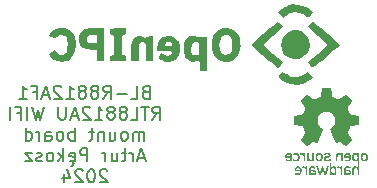
<source format=gbo>
G04 #@! TF.GenerationSoftware,KiCad,Pcbnew,8.0.5*
G04 #@! TF.CreationDate,2024-09-26T09:52:47+02:00*
G04 #@! TF.ProjectId,BL-R8812AF1 mount,424c2d52-3838-4313-9241-4631206d6f75,rev?*
G04 #@! TF.SameCoordinates,Original*
G04 #@! TF.FileFunction,Legend,Bot*
G04 #@! TF.FilePolarity,Positive*
%FSLAX46Y46*%
G04 Gerber Fmt 4.6, Leading zero omitted, Abs format (unit mm)*
G04 Created by KiCad (PCBNEW 8.0.5) date 2024-09-26 09:52:47*
%MOMM*%
%LPD*%
G01*
G04 APERTURE LIST*
G04 Aperture macros list*
%AMHorizOval*
0 Thick line with rounded ends*
0 $1 width*
0 $2 $3 position (X,Y) of the first rounded end (center of the circle)*
0 $4 $5 position (X,Y) of the second rounded end (center of the circle)*
0 Add line between two ends*
20,1,$1,$2,$3,$4,$5,0*
0 Add two circle primitives to create the rounded ends*
1,1,$1,$2,$3*
1,1,$1,$4,$5*%
G04 Aperture macros list end*
%ADD10C,0.200000*%
%ADD11C,0.000000*%
%ADD12C,4.200000*%
%ADD13C,4.000000*%
%ADD14C,1.700000*%
%ADD15HorizOval,1.700000X0.000000X0.000000X0.000000X0.000000X0*%
G04 APERTURE END LIST*
D10*
X90122523Y-148018414D02*
X89965380Y-148070795D01*
X89965380Y-148070795D02*
X89912999Y-148123176D01*
X89912999Y-148123176D02*
X89860618Y-148227938D01*
X89860618Y-148227938D02*
X89860618Y-148385081D01*
X89860618Y-148385081D02*
X89912999Y-148489843D01*
X89912999Y-148489843D02*
X89965380Y-148542224D01*
X89965380Y-148542224D02*
X90070142Y-148594604D01*
X90070142Y-148594604D02*
X90489190Y-148594604D01*
X90489190Y-148594604D02*
X90489190Y-147494604D01*
X90489190Y-147494604D02*
X90122523Y-147494604D01*
X90122523Y-147494604D02*
X90017761Y-147546985D01*
X90017761Y-147546985D02*
X89965380Y-147599366D01*
X89965380Y-147599366D02*
X89912999Y-147704128D01*
X89912999Y-147704128D02*
X89912999Y-147808890D01*
X89912999Y-147808890D02*
X89965380Y-147913652D01*
X89965380Y-147913652D02*
X90017761Y-147966033D01*
X90017761Y-147966033D02*
X90122523Y-148018414D01*
X90122523Y-148018414D02*
X90489190Y-148018414D01*
X88865380Y-148594604D02*
X89389190Y-148594604D01*
X89389190Y-148594604D02*
X89389190Y-147494604D01*
X88498714Y-148175557D02*
X87660619Y-148175557D01*
X86508237Y-148594604D02*
X86874904Y-148070795D01*
X87136809Y-148594604D02*
X87136809Y-147494604D01*
X87136809Y-147494604D02*
X86717761Y-147494604D01*
X86717761Y-147494604D02*
X86612999Y-147546985D01*
X86612999Y-147546985D02*
X86560618Y-147599366D01*
X86560618Y-147599366D02*
X86508237Y-147704128D01*
X86508237Y-147704128D02*
X86508237Y-147861271D01*
X86508237Y-147861271D02*
X86560618Y-147966033D01*
X86560618Y-147966033D02*
X86612999Y-148018414D01*
X86612999Y-148018414D02*
X86717761Y-148070795D01*
X86717761Y-148070795D02*
X87136809Y-148070795D01*
X85879666Y-147966033D02*
X85984428Y-147913652D01*
X85984428Y-147913652D02*
X86036809Y-147861271D01*
X86036809Y-147861271D02*
X86089190Y-147756509D01*
X86089190Y-147756509D02*
X86089190Y-147704128D01*
X86089190Y-147704128D02*
X86036809Y-147599366D01*
X86036809Y-147599366D02*
X85984428Y-147546985D01*
X85984428Y-147546985D02*
X85879666Y-147494604D01*
X85879666Y-147494604D02*
X85670142Y-147494604D01*
X85670142Y-147494604D02*
X85565380Y-147546985D01*
X85565380Y-147546985D02*
X85512999Y-147599366D01*
X85512999Y-147599366D02*
X85460618Y-147704128D01*
X85460618Y-147704128D02*
X85460618Y-147756509D01*
X85460618Y-147756509D02*
X85512999Y-147861271D01*
X85512999Y-147861271D02*
X85565380Y-147913652D01*
X85565380Y-147913652D02*
X85670142Y-147966033D01*
X85670142Y-147966033D02*
X85879666Y-147966033D01*
X85879666Y-147966033D02*
X85984428Y-148018414D01*
X85984428Y-148018414D02*
X86036809Y-148070795D01*
X86036809Y-148070795D02*
X86089190Y-148175557D01*
X86089190Y-148175557D02*
X86089190Y-148385081D01*
X86089190Y-148385081D02*
X86036809Y-148489843D01*
X86036809Y-148489843D02*
X85984428Y-148542224D01*
X85984428Y-148542224D02*
X85879666Y-148594604D01*
X85879666Y-148594604D02*
X85670142Y-148594604D01*
X85670142Y-148594604D02*
X85565380Y-148542224D01*
X85565380Y-148542224D02*
X85512999Y-148489843D01*
X85512999Y-148489843D02*
X85460618Y-148385081D01*
X85460618Y-148385081D02*
X85460618Y-148175557D01*
X85460618Y-148175557D02*
X85512999Y-148070795D01*
X85512999Y-148070795D02*
X85565380Y-148018414D01*
X85565380Y-148018414D02*
X85670142Y-147966033D01*
X84832047Y-147966033D02*
X84936809Y-147913652D01*
X84936809Y-147913652D02*
X84989190Y-147861271D01*
X84989190Y-147861271D02*
X85041571Y-147756509D01*
X85041571Y-147756509D02*
X85041571Y-147704128D01*
X85041571Y-147704128D02*
X84989190Y-147599366D01*
X84989190Y-147599366D02*
X84936809Y-147546985D01*
X84936809Y-147546985D02*
X84832047Y-147494604D01*
X84832047Y-147494604D02*
X84622523Y-147494604D01*
X84622523Y-147494604D02*
X84517761Y-147546985D01*
X84517761Y-147546985D02*
X84465380Y-147599366D01*
X84465380Y-147599366D02*
X84412999Y-147704128D01*
X84412999Y-147704128D02*
X84412999Y-147756509D01*
X84412999Y-147756509D02*
X84465380Y-147861271D01*
X84465380Y-147861271D02*
X84517761Y-147913652D01*
X84517761Y-147913652D02*
X84622523Y-147966033D01*
X84622523Y-147966033D02*
X84832047Y-147966033D01*
X84832047Y-147966033D02*
X84936809Y-148018414D01*
X84936809Y-148018414D02*
X84989190Y-148070795D01*
X84989190Y-148070795D02*
X85041571Y-148175557D01*
X85041571Y-148175557D02*
X85041571Y-148385081D01*
X85041571Y-148385081D02*
X84989190Y-148489843D01*
X84989190Y-148489843D02*
X84936809Y-148542224D01*
X84936809Y-148542224D02*
X84832047Y-148594604D01*
X84832047Y-148594604D02*
X84622523Y-148594604D01*
X84622523Y-148594604D02*
X84517761Y-148542224D01*
X84517761Y-148542224D02*
X84465380Y-148489843D01*
X84465380Y-148489843D02*
X84412999Y-148385081D01*
X84412999Y-148385081D02*
X84412999Y-148175557D01*
X84412999Y-148175557D02*
X84465380Y-148070795D01*
X84465380Y-148070795D02*
X84517761Y-148018414D01*
X84517761Y-148018414D02*
X84622523Y-147966033D01*
X83365380Y-148594604D02*
X83993952Y-148594604D01*
X83679666Y-148594604D02*
X83679666Y-147494604D01*
X83679666Y-147494604D02*
X83784428Y-147651747D01*
X83784428Y-147651747D02*
X83889190Y-147756509D01*
X83889190Y-147756509D02*
X83993952Y-147808890D01*
X82946333Y-147599366D02*
X82893952Y-147546985D01*
X82893952Y-147546985D02*
X82789190Y-147494604D01*
X82789190Y-147494604D02*
X82527285Y-147494604D01*
X82527285Y-147494604D02*
X82422523Y-147546985D01*
X82422523Y-147546985D02*
X82370142Y-147599366D01*
X82370142Y-147599366D02*
X82317761Y-147704128D01*
X82317761Y-147704128D02*
X82317761Y-147808890D01*
X82317761Y-147808890D02*
X82370142Y-147966033D01*
X82370142Y-147966033D02*
X82998714Y-148594604D01*
X82998714Y-148594604D02*
X82317761Y-148594604D01*
X81898714Y-148280319D02*
X81374904Y-148280319D01*
X82003476Y-148594604D02*
X81636809Y-147494604D01*
X81636809Y-147494604D02*
X81270142Y-148594604D01*
X80536809Y-148018414D02*
X80903476Y-148018414D01*
X80903476Y-148594604D02*
X80903476Y-147494604D01*
X80903476Y-147494604D02*
X80379666Y-147494604D01*
X79384428Y-148594604D02*
X80013000Y-148594604D01*
X79698714Y-148594604D02*
X79698714Y-147494604D01*
X79698714Y-147494604D02*
X79803476Y-147651747D01*
X79803476Y-147651747D02*
X79908238Y-147756509D01*
X79908238Y-147756509D02*
X80013000Y-147808890D01*
X90672523Y-150365542D02*
X91039190Y-149841733D01*
X91301095Y-150365542D02*
X91301095Y-149265542D01*
X91301095Y-149265542D02*
X90882047Y-149265542D01*
X90882047Y-149265542D02*
X90777285Y-149317923D01*
X90777285Y-149317923D02*
X90724904Y-149370304D01*
X90724904Y-149370304D02*
X90672523Y-149475066D01*
X90672523Y-149475066D02*
X90672523Y-149632209D01*
X90672523Y-149632209D02*
X90724904Y-149736971D01*
X90724904Y-149736971D02*
X90777285Y-149789352D01*
X90777285Y-149789352D02*
X90882047Y-149841733D01*
X90882047Y-149841733D02*
X91301095Y-149841733D01*
X90358238Y-149265542D02*
X89729666Y-149265542D01*
X90043952Y-150365542D02*
X90043952Y-149265542D01*
X88839190Y-150365542D02*
X89363000Y-150365542D01*
X89363000Y-150365542D02*
X89363000Y-149265542D01*
X88315381Y-149736971D02*
X88420143Y-149684590D01*
X88420143Y-149684590D02*
X88472524Y-149632209D01*
X88472524Y-149632209D02*
X88524905Y-149527447D01*
X88524905Y-149527447D02*
X88524905Y-149475066D01*
X88524905Y-149475066D02*
X88472524Y-149370304D01*
X88472524Y-149370304D02*
X88420143Y-149317923D01*
X88420143Y-149317923D02*
X88315381Y-149265542D01*
X88315381Y-149265542D02*
X88105857Y-149265542D01*
X88105857Y-149265542D02*
X88001095Y-149317923D01*
X88001095Y-149317923D02*
X87948714Y-149370304D01*
X87948714Y-149370304D02*
X87896333Y-149475066D01*
X87896333Y-149475066D02*
X87896333Y-149527447D01*
X87896333Y-149527447D02*
X87948714Y-149632209D01*
X87948714Y-149632209D02*
X88001095Y-149684590D01*
X88001095Y-149684590D02*
X88105857Y-149736971D01*
X88105857Y-149736971D02*
X88315381Y-149736971D01*
X88315381Y-149736971D02*
X88420143Y-149789352D01*
X88420143Y-149789352D02*
X88472524Y-149841733D01*
X88472524Y-149841733D02*
X88524905Y-149946495D01*
X88524905Y-149946495D02*
X88524905Y-150156019D01*
X88524905Y-150156019D02*
X88472524Y-150260781D01*
X88472524Y-150260781D02*
X88420143Y-150313162D01*
X88420143Y-150313162D02*
X88315381Y-150365542D01*
X88315381Y-150365542D02*
X88105857Y-150365542D01*
X88105857Y-150365542D02*
X88001095Y-150313162D01*
X88001095Y-150313162D02*
X87948714Y-150260781D01*
X87948714Y-150260781D02*
X87896333Y-150156019D01*
X87896333Y-150156019D02*
X87896333Y-149946495D01*
X87896333Y-149946495D02*
X87948714Y-149841733D01*
X87948714Y-149841733D02*
X88001095Y-149789352D01*
X88001095Y-149789352D02*
X88105857Y-149736971D01*
X87267762Y-149736971D02*
X87372524Y-149684590D01*
X87372524Y-149684590D02*
X87424905Y-149632209D01*
X87424905Y-149632209D02*
X87477286Y-149527447D01*
X87477286Y-149527447D02*
X87477286Y-149475066D01*
X87477286Y-149475066D02*
X87424905Y-149370304D01*
X87424905Y-149370304D02*
X87372524Y-149317923D01*
X87372524Y-149317923D02*
X87267762Y-149265542D01*
X87267762Y-149265542D02*
X87058238Y-149265542D01*
X87058238Y-149265542D02*
X86953476Y-149317923D01*
X86953476Y-149317923D02*
X86901095Y-149370304D01*
X86901095Y-149370304D02*
X86848714Y-149475066D01*
X86848714Y-149475066D02*
X86848714Y-149527447D01*
X86848714Y-149527447D02*
X86901095Y-149632209D01*
X86901095Y-149632209D02*
X86953476Y-149684590D01*
X86953476Y-149684590D02*
X87058238Y-149736971D01*
X87058238Y-149736971D02*
X87267762Y-149736971D01*
X87267762Y-149736971D02*
X87372524Y-149789352D01*
X87372524Y-149789352D02*
X87424905Y-149841733D01*
X87424905Y-149841733D02*
X87477286Y-149946495D01*
X87477286Y-149946495D02*
X87477286Y-150156019D01*
X87477286Y-150156019D02*
X87424905Y-150260781D01*
X87424905Y-150260781D02*
X87372524Y-150313162D01*
X87372524Y-150313162D02*
X87267762Y-150365542D01*
X87267762Y-150365542D02*
X87058238Y-150365542D01*
X87058238Y-150365542D02*
X86953476Y-150313162D01*
X86953476Y-150313162D02*
X86901095Y-150260781D01*
X86901095Y-150260781D02*
X86848714Y-150156019D01*
X86848714Y-150156019D02*
X86848714Y-149946495D01*
X86848714Y-149946495D02*
X86901095Y-149841733D01*
X86901095Y-149841733D02*
X86953476Y-149789352D01*
X86953476Y-149789352D02*
X87058238Y-149736971D01*
X85801095Y-150365542D02*
X86429667Y-150365542D01*
X86115381Y-150365542D02*
X86115381Y-149265542D01*
X86115381Y-149265542D02*
X86220143Y-149422685D01*
X86220143Y-149422685D02*
X86324905Y-149527447D01*
X86324905Y-149527447D02*
X86429667Y-149579828D01*
X85382048Y-149370304D02*
X85329667Y-149317923D01*
X85329667Y-149317923D02*
X85224905Y-149265542D01*
X85224905Y-149265542D02*
X84963000Y-149265542D01*
X84963000Y-149265542D02*
X84858238Y-149317923D01*
X84858238Y-149317923D02*
X84805857Y-149370304D01*
X84805857Y-149370304D02*
X84753476Y-149475066D01*
X84753476Y-149475066D02*
X84753476Y-149579828D01*
X84753476Y-149579828D02*
X84805857Y-149736971D01*
X84805857Y-149736971D02*
X85434429Y-150365542D01*
X85434429Y-150365542D02*
X84753476Y-150365542D01*
X84334429Y-150051257D02*
X83810619Y-150051257D01*
X84439191Y-150365542D02*
X84072524Y-149265542D01*
X84072524Y-149265542D02*
X83705857Y-150365542D01*
X83339191Y-149265542D02*
X83339191Y-150156019D01*
X83339191Y-150156019D02*
X83286810Y-150260781D01*
X83286810Y-150260781D02*
X83234429Y-150313162D01*
X83234429Y-150313162D02*
X83129667Y-150365542D01*
X83129667Y-150365542D02*
X82920143Y-150365542D01*
X82920143Y-150365542D02*
X82815381Y-150313162D01*
X82815381Y-150313162D02*
X82763000Y-150260781D01*
X82763000Y-150260781D02*
X82710619Y-150156019D01*
X82710619Y-150156019D02*
X82710619Y-149265542D01*
X81453477Y-149265542D02*
X81191572Y-150365542D01*
X81191572Y-150365542D02*
X80982048Y-149579828D01*
X80982048Y-149579828D02*
X80772524Y-150365542D01*
X80772524Y-150365542D02*
X80510620Y-149265542D01*
X80091572Y-150365542D02*
X80091572Y-149265542D01*
X79201095Y-149789352D02*
X79567762Y-149789352D01*
X79567762Y-150365542D02*
X79567762Y-149265542D01*
X79567762Y-149265542D02*
X79043952Y-149265542D01*
X78624905Y-150365542D02*
X78624905Y-149265542D01*
X89991570Y-152136480D02*
X89991570Y-151403147D01*
X89991570Y-151507909D02*
X89939189Y-151455528D01*
X89939189Y-151455528D02*
X89834427Y-151403147D01*
X89834427Y-151403147D02*
X89677284Y-151403147D01*
X89677284Y-151403147D02*
X89572522Y-151455528D01*
X89572522Y-151455528D02*
X89520141Y-151560290D01*
X89520141Y-151560290D02*
X89520141Y-152136480D01*
X89520141Y-151560290D02*
X89467760Y-151455528D01*
X89467760Y-151455528D02*
X89362998Y-151403147D01*
X89362998Y-151403147D02*
X89205855Y-151403147D01*
X89205855Y-151403147D02*
X89101094Y-151455528D01*
X89101094Y-151455528D02*
X89048713Y-151560290D01*
X89048713Y-151560290D02*
X89048713Y-152136480D01*
X88367760Y-152136480D02*
X88472522Y-152084100D01*
X88472522Y-152084100D02*
X88524903Y-152031719D01*
X88524903Y-152031719D02*
X88577284Y-151926957D01*
X88577284Y-151926957D02*
X88577284Y-151612671D01*
X88577284Y-151612671D02*
X88524903Y-151507909D01*
X88524903Y-151507909D02*
X88472522Y-151455528D01*
X88472522Y-151455528D02*
X88367760Y-151403147D01*
X88367760Y-151403147D02*
X88210617Y-151403147D01*
X88210617Y-151403147D02*
X88105855Y-151455528D01*
X88105855Y-151455528D02*
X88053474Y-151507909D01*
X88053474Y-151507909D02*
X88001093Y-151612671D01*
X88001093Y-151612671D02*
X88001093Y-151926957D01*
X88001093Y-151926957D02*
X88053474Y-152031719D01*
X88053474Y-152031719D02*
X88105855Y-152084100D01*
X88105855Y-152084100D02*
X88210617Y-152136480D01*
X88210617Y-152136480D02*
X88367760Y-152136480D01*
X87058236Y-151403147D02*
X87058236Y-152136480D01*
X87529665Y-151403147D02*
X87529665Y-151979338D01*
X87529665Y-151979338D02*
X87477284Y-152084100D01*
X87477284Y-152084100D02*
X87372522Y-152136480D01*
X87372522Y-152136480D02*
X87215379Y-152136480D01*
X87215379Y-152136480D02*
X87110617Y-152084100D01*
X87110617Y-152084100D02*
X87058236Y-152031719D01*
X86534427Y-151403147D02*
X86534427Y-152136480D01*
X86534427Y-151507909D02*
X86482046Y-151455528D01*
X86482046Y-151455528D02*
X86377284Y-151403147D01*
X86377284Y-151403147D02*
X86220141Y-151403147D01*
X86220141Y-151403147D02*
X86115379Y-151455528D01*
X86115379Y-151455528D02*
X86062998Y-151560290D01*
X86062998Y-151560290D02*
X86062998Y-152136480D01*
X85696332Y-151403147D02*
X85277284Y-151403147D01*
X85539189Y-151036480D02*
X85539189Y-151979338D01*
X85539189Y-151979338D02*
X85486808Y-152084100D01*
X85486808Y-152084100D02*
X85382046Y-152136480D01*
X85382046Y-152136480D02*
X85277284Y-152136480D01*
X84072523Y-152136480D02*
X84072523Y-151036480D01*
X84072523Y-151455528D02*
X83967761Y-151403147D01*
X83967761Y-151403147D02*
X83758237Y-151403147D01*
X83758237Y-151403147D02*
X83653475Y-151455528D01*
X83653475Y-151455528D02*
X83601094Y-151507909D01*
X83601094Y-151507909D02*
X83548713Y-151612671D01*
X83548713Y-151612671D02*
X83548713Y-151926957D01*
X83548713Y-151926957D02*
X83601094Y-152031719D01*
X83601094Y-152031719D02*
X83653475Y-152084100D01*
X83653475Y-152084100D02*
X83758237Y-152136480D01*
X83758237Y-152136480D02*
X83967761Y-152136480D01*
X83967761Y-152136480D02*
X84072523Y-152084100D01*
X82920142Y-152136480D02*
X83024904Y-152084100D01*
X83024904Y-152084100D02*
X83077285Y-152031719D01*
X83077285Y-152031719D02*
X83129666Y-151926957D01*
X83129666Y-151926957D02*
X83129666Y-151612671D01*
X83129666Y-151612671D02*
X83077285Y-151507909D01*
X83077285Y-151507909D02*
X83024904Y-151455528D01*
X83024904Y-151455528D02*
X82920142Y-151403147D01*
X82920142Y-151403147D02*
X82762999Y-151403147D01*
X82762999Y-151403147D02*
X82658237Y-151455528D01*
X82658237Y-151455528D02*
X82605856Y-151507909D01*
X82605856Y-151507909D02*
X82553475Y-151612671D01*
X82553475Y-151612671D02*
X82553475Y-151926957D01*
X82553475Y-151926957D02*
X82605856Y-152031719D01*
X82605856Y-152031719D02*
X82658237Y-152084100D01*
X82658237Y-152084100D02*
X82762999Y-152136480D01*
X82762999Y-152136480D02*
X82920142Y-152136480D01*
X81610618Y-152136480D02*
X81610618Y-151560290D01*
X81610618Y-151560290D02*
X81662999Y-151455528D01*
X81662999Y-151455528D02*
X81767761Y-151403147D01*
X81767761Y-151403147D02*
X81977285Y-151403147D01*
X81977285Y-151403147D02*
X82082047Y-151455528D01*
X81610618Y-152084100D02*
X81715380Y-152136480D01*
X81715380Y-152136480D02*
X81977285Y-152136480D01*
X81977285Y-152136480D02*
X82082047Y-152084100D01*
X82082047Y-152084100D02*
X82134428Y-151979338D01*
X82134428Y-151979338D02*
X82134428Y-151874576D01*
X82134428Y-151874576D02*
X82082047Y-151769814D01*
X82082047Y-151769814D02*
X81977285Y-151717433D01*
X81977285Y-151717433D02*
X81715380Y-151717433D01*
X81715380Y-151717433D02*
X81610618Y-151665052D01*
X81086809Y-152136480D02*
X81086809Y-151403147D01*
X81086809Y-151612671D02*
X81034428Y-151507909D01*
X81034428Y-151507909D02*
X80982047Y-151455528D01*
X80982047Y-151455528D02*
X80877285Y-151403147D01*
X80877285Y-151403147D02*
X80772523Y-151403147D01*
X79934428Y-152136480D02*
X79934428Y-151036480D01*
X79934428Y-152084100D02*
X80039190Y-152136480D01*
X80039190Y-152136480D02*
X80248714Y-152136480D01*
X80248714Y-152136480D02*
X80353476Y-152084100D01*
X80353476Y-152084100D02*
X80405857Y-152031719D01*
X80405857Y-152031719D02*
X80458238Y-151926957D01*
X80458238Y-151926957D02*
X80458238Y-151612671D01*
X80458238Y-151612671D02*
X80405857Y-151507909D01*
X80405857Y-151507909D02*
X80353476Y-151455528D01*
X80353476Y-151455528D02*
X80248714Y-151403147D01*
X80248714Y-151403147D02*
X80039190Y-151403147D01*
X80039190Y-151403147D02*
X79934428Y-151455528D01*
X89991570Y-153593133D02*
X89467760Y-153593133D01*
X90096332Y-153907418D02*
X89729665Y-152807418D01*
X89729665Y-152807418D02*
X89362998Y-153907418D01*
X88996332Y-153907418D02*
X88996332Y-153174085D01*
X88996332Y-153383609D02*
X88943951Y-153278847D01*
X88943951Y-153278847D02*
X88891570Y-153226466D01*
X88891570Y-153226466D02*
X88786808Y-153174085D01*
X88786808Y-153174085D02*
X88682046Y-153174085D01*
X88472523Y-153174085D02*
X88053475Y-153174085D01*
X88315380Y-152807418D02*
X88315380Y-153750276D01*
X88315380Y-153750276D02*
X88262999Y-153855038D01*
X88262999Y-153855038D02*
X88158237Y-153907418D01*
X88158237Y-153907418D02*
X88053475Y-153907418D01*
X87215380Y-153174085D02*
X87215380Y-153907418D01*
X87686809Y-153174085D02*
X87686809Y-153750276D01*
X87686809Y-153750276D02*
X87634428Y-153855038D01*
X87634428Y-153855038D02*
X87529666Y-153907418D01*
X87529666Y-153907418D02*
X87372523Y-153907418D01*
X87372523Y-153907418D02*
X87267761Y-153855038D01*
X87267761Y-153855038D02*
X87215380Y-153802657D01*
X86691571Y-153907418D02*
X86691571Y-153174085D01*
X86691571Y-153383609D02*
X86639190Y-153278847D01*
X86639190Y-153278847D02*
X86586809Y-153226466D01*
X86586809Y-153226466D02*
X86482047Y-153174085D01*
X86482047Y-153174085D02*
X86377285Y-153174085D01*
X85172524Y-153907418D02*
X85172524Y-152807418D01*
X85172524Y-152807418D02*
X84753476Y-152807418D01*
X84753476Y-152807418D02*
X84648714Y-152859799D01*
X84648714Y-152859799D02*
X84596333Y-152912180D01*
X84596333Y-152912180D02*
X84543952Y-153016942D01*
X84543952Y-153016942D02*
X84543952Y-153174085D01*
X84543952Y-153174085D02*
X84596333Y-153278847D01*
X84596333Y-153278847D02*
X84648714Y-153331228D01*
X84648714Y-153331228D02*
X84753476Y-153383609D01*
X84753476Y-153383609D02*
X85172524Y-153383609D01*
X83653476Y-153855038D02*
X83758238Y-153907418D01*
X83758238Y-153907418D02*
X83967762Y-153907418D01*
X83967762Y-153907418D02*
X84072524Y-153855038D01*
X84072524Y-153855038D02*
X84124905Y-153750276D01*
X84124905Y-153750276D02*
X84124905Y-153331228D01*
X84124905Y-153331228D02*
X84072524Y-153226466D01*
X84072524Y-153226466D02*
X83967762Y-153174085D01*
X83967762Y-153174085D02*
X83758238Y-153174085D01*
X83758238Y-153174085D02*
X83653476Y-153226466D01*
X83653476Y-153226466D02*
X83601095Y-153331228D01*
X83601095Y-153331228D02*
X83601095Y-153435990D01*
X83601095Y-153435990D02*
X84124905Y-153540752D01*
X83863000Y-153907418D02*
X83967762Y-154012180D01*
X83967762Y-154012180D02*
X84020143Y-154116942D01*
X84020143Y-154116942D02*
X83967762Y-154221704D01*
X83967762Y-154221704D02*
X83863000Y-154274085D01*
X83863000Y-154274085D02*
X83758238Y-154274085D01*
X83129667Y-153907418D02*
X83129667Y-152807418D01*
X83024905Y-153488371D02*
X82710619Y-153907418D01*
X82710619Y-153174085D02*
X83129667Y-153593133D01*
X82082048Y-153907418D02*
X82186810Y-153855038D01*
X82186810Y-153855038D02*
X82239191Y-153802657D01*
X82239191Y-153802657D02*
X82291572Y-153697895D01*
X82291572Y-153697895D02*
X82291572Y-153383609D01*
X82291572Y-153383609D02*
X82239191Y-153278847D01*
X82239191Y-153278847D02*
X82186810Y-153226466D01*
X82186810Y-153226466D02*
X82082048Y-153174085D01*
X82082048Y-153174085D02*
X81924905Y-153174085D01*
X81924905Y-153174085D02*
X81820143Y-153226466D01*
X81820143Y-153226466D02*
X81767762Y-153278847D01*
X81767762Y-153278847D02*
X81715381Y-153383609D01*
X81715381Y-153383609D02*
X81715381Y-153697895D01*
X81715381Y-153697895D02*
X81767762Y-153802657D01*
X81767762Y-153802657D02*
X81820143Y-153855038D01*
X81820143Y-153855038D02*
X81924905Y-153907418D01*
X81924905Y-153907418D02*
X82082048Y-153907418D01*
X81296334Y-153855038D02*
X81191572Y-153907418D01*
X81191572Y-153907418D02*
X80982048Y-153907418D01*
X80982048Y-153907418D02*
X80877286Y-153855038D01*
X80877286Y-153855038D02*
X80824905Y-153750276D01*
X80824905Y-153750276D02*
X80824905Y-153697895D01*
X80824905Y-153697895D02*
X80877286Y-153593133D01*
X80877286Y-153593133D02*
X80982048Y-153540752D01*
X80982048Y-153540752D02*
X81139191Y-153540752D01*
X81139191Y-153540752D02*
X81243953Y-153488371D01*
X81243953Y-153488371D02*
X81296334Y-153383609D01*
X81296334Y-153383609D02*
X81296334Y-153331228D01*
X81296334Y-153331228D02*
X81243953Y-153226466D01*
X81243953Y-153226466D02*
X81139191Y-153174085D01*
X81139191Y-153174085D02*
X80982048Y-153174085D01*
X80982048Y-153174085D02*
X80877286Y-153226466D01*
X80458239Y-153174085D02*
X79882048Y-153174085D01*
X79882048Y-153174085D02*
X80458239Y-153907418D01*
X80458239Y-153907418D02*
X79882048Y-153907418D01*
X86848714Y-154683118D02*
X86796333Y-154630737D01*
X86796333Y-154630737D02*
X86691571Y-154578356D01*
X86691571Y-154578356D02*
X86429666Y-154578356D01*
X86429666Y-154578356D02*
X86324904Y-154630737D01*
X86324904Y-154630737D02*
X86272523Y-154683118D01*
X86272523Y-154683118D02*
X86220142Y-154787880D01*
X86220142Y-154787880D02*
X86220142Y-154892642D01*
X86220142Y-154892642D02*
X86272523Y-155049785D01*
X86272523Y-155049785D02*
X86901095Y-155678356D01*
X86901095Y-155678356D02*
X86220142Y-155678356D01*
X85539190Y-154578356D02*
X85434428Y-154578356D01*
X85434428Y-154578356D02*
X85329666Y-154630737D01*
X85329666Y-154630737D02*
X85277285Y-154683118D01*
X85277285Y-154683118D02*
X85224904Y-154787880D01*
X85224904Y-154787880D02*
X85172523Y-154997404D01*
X85172523Y-154997404D02*
X85172523Y-155259309D01*
X85172523Y-155259309D02*
X85224904Y-155468833D01*
X85224904Y-155468833D02*
X85277285Y-155573595D01*
X85277285Y-155573595D02*
X85329666Y-155625976D01*
X85329666Y-155625976D02*
X85434428Y-155678356D01*
X85434428Y-155678356D02*
X85539190Y-155678356D01*
X85539190Y-155678356D02*
X85643952Y-155625976D01*
X85643952Y-155625976D02*
X85696333Y-155573595D01*
X85696333Y-155573595D02*
X85748714Y-155468833D01*
X85748714Y-155468833D02*
X85801095Y-155259309D01*
X85801095Y-155259309D02*
X85801095Y-154997404D01*
X85801095Y-154997404D02*
X85748714Y-154787880D01*
X85748714Y-154787880D02*
X85696333Y-154683118D01*
X85696333Y-154683118D02*
X85643952Y-154630737D01*
X85643952Y-154630737D02*
X85539190Y-154578356D01*
X84753476Y-154683118D02*
X84701095Y-154630737D01*
X84701095Y-154630737D02*
X84596333Y-154578356D01*
X84596333Y-154578356D02*
X84334428Y-154578356D01*
X84334428Y-154578356D02*
X84229666Y-154630737D01*
X84229666Y-154630737D02*
X84177285Y-154683118D01*
X84177285Y-154683118D02*
X84124904Y-154787880D01*
X84124904Y-154787880D02*
X84124904Y-154892642D01*
X84124904Y-154892642D02*
X84177285Y-155049785D01*
X84177285Y-155049785D02*
X84805857Y-155678356D01*
X84805857Y-155678356D02*
X84124904Y-155678356D01*
X83182047Y-154945023D02*
X83182047Y-155678356D01*
X83443952Y-154525976D02*
X83705857Y-155311690D01*
X83705857Y-155311690D02*
X83024904Y-155311690D01*
D11*
G36*
X106486087Y-154330287D02*
G01*
X106536229Y-154351761D01*
X106576282Y-154380123D01*
X106600351Y-154402806D01*
X106600351Y-154363837D01*
X106600351Y-154324868D01*
X106674748Y-154324868D01*
X106749145Y-154324868D01*
X106749145Y-154692477D01*
X106749145Y-155060085D01*
X106674748Y-155060085D01*
X106600351Y-155060085D01*
X106600351Y-154819108D01*
X106600345Y-154798842D01*
X106600111Y-154725258D01*
X106599287Y-154666584D01*
X106597541Y-154620731D01*
X106594539Y-154585609D01*
X106589946Y-154559130D01*
X106583427Y-154539204D01*
X106574651Y-154523742D01*
X106563281Y-154510655D01*
X106548984Y-154497853D01*
X106539640Y-154490674D01*
X106497880Y-154471587D01*
X106451523Y-154468451D01*
X106403292Y-154481569D01*
X106387590Y-154488465D01*
X106368410Y-154496706D01*
X106360288Y-154499920D01*
X106358454Y-154498129D01*
X106347831Y-154485939D01*
X106329993Y-154464754D01*
X106307474Y-154437566D01*
X106256177Y-154375212D01*
X106277282Y-154358766D01*
X106305536Y-154342419D01*
X106347950Y-154327732D01*
X106393754Y-154319314D01*
X106435505Y-154319033D01*
X106486087Y-154330287D01*
G37*
G36*
X103480857Y-154317198D02*
G01*
X103529757Y-154328088D01*
X103577577Y-154348218D01*
X103616241Y-154374520D01*
X103650730Y-154405679D01*
X103650730Y-154365273D01*
X103650730Y-154324868D01*
X103725127Y-154324868D01*
X103799524Y-154324868D01*
X103799524Y-154692477D01*
X103799524Y-155060085D01*
X103725127Y-155060085D01*
X103650730Y-155060085D01*
X103650730Y-154821244D01*
X103650708Y-154770431D01*
X103650521Y-154710064D01*
X103650006Y-154663370D01*
X103649003Y-154628081D01*
X103647350Y-154601930D01*
X103644888Y-154582649D01*
X103641456Y-154567970D01*
X103636892Y-154555626D01*
X103631037Y-154543349D01*
X103628585Y-154538721D01*
X103599913Y-154503289D01*
X103561964Y-154479375D01*
X103518801Y-154468114D01*
X103474488Y-154470639D01*
X103433087Y-154488086D01*
X103417444Y-154496820D01*
X103406619Y-154494876D01*
X103393132Y-154480476D01*
X103382801Y-154468004D01*
X103362492Y-154443569D01*
X103340461Y-154417129D01*
X103305898Y-154375709D01*
X103327332Y-154359062D01*
X103353113Y-154344304D01*
X103389785Y-154330277D01*
X103428835Y-154320064D01*
X103462550Y-154316116D01*
X103480857Y-154317198D01*
G37*
G36*
X103328345Y-153171609D02*
G01*
X103383793Y-153189259D01*
X103431034Y-153218942D01*
X103465896Y-153248783D01*
X103468599Y-153211343D01*
X103471302Y-153173903D01*
X103543511Y-153171361D01*
X103615720Y-153168819D01*
X103615720Y-153536782D01*
X103615720Y-153904744D01*
X103541323Y-153904744D01*
X103466926Y-153904744D01*
X103466912Y-153661860D01*
X103466893Y-153628722D01*
X103466564Y-153556913D01*
X103465529Y-153499751D01*
X103463409Y-153455196D01*
X103459822Y-153421203D01*
X103454387Y-153395730D01*
X103446724Y-153376735D01*
X103436451Y-153362175D01*
X103423187Y-153350007D01*
X103406552Y-153338189D01*
X103391643Y-153330388D01*
X103357689Y-153320928D01*
X103320221Y-153317697D01*
X103285735Y-153321007D01*
X103260725Y-153331172D01*
X103248058Y-153339187D01*
X103233787Y-153344301D01*
X103230294Y-153342802D01*
X103216551Y-153330963D01*
X103196497Y-153309878D01*
X103173140Y-153282608D01*
X103157370Y-153263323D01*
X103139172Y-153239198D01*
X103132478Y-153223038D01*
X103137799Y-153211124D01*
X103155645Y-153199738D01*
X103186527Y-153185160D01*
X103213283Y-153175237D01*
X103269804Y-153166699D01*
X103328345Y-153171609D01*
G37*
G36*
X102901462Y-153177228D02*
G01*
X102963922Y-153200975D01*
X103019988Y-153237526D01*
X103067417Y-153286477D01*
X103103968Y-153347422D01*
X103127664Y-153416945D01*
X103139844Y-153493951D01*
X103140310Y-153573326D01*
X103129341Y-153650996D01*
X103107212Y-153722887D01*
X103074201Y-153784925D01*
X103039097Y-153826648D01*
X102988289Y-153865006D01*
X102924266Y-153894154D01*
X102905406Y-153900112D01*
X102835559Y-153911625D01*
X102764523Y-153908487D01*
X102695892Y-153891481D01*
X102633261Y-153861394D01*
X102580223Y-153819010D01*
X102546896Y-153784814D01*
X102598969Y-153739702D01*
X102651041Y-153694591D01*
X102696154Y-153724950D01*
X102736363Y-153747499D01*
X102790570Y-153763056D01*
X102845367Y-153761341D01*
X102901925Y-153742453D01*
X102931413Y-153722387D01*
X102960815Y-153684834D01*
X102981229Y-153635464D01*
X102991790Y-153576516D01*
X102991634Y-153510227D01*
X102988268Y-153480937D01*
X102973452Y-153420863D01*
X102948753Y-153374955D01*
X102913693Y-153342708D01*
X102867796Y-153323611D01*
X102810587Y-153317157D01*
X102769915Y-153320335D01*
X102721496Y-153336618D01*
X102677929Y-153368212D01*
X102654783Y-153389847D01*
X102603532Y-153343726D01*
X102597593Y-153338356D01*
X102574103Y-153316571D01*
X102557021Y-153299858D01*
X102549702Y-153291474D01*
X102552049Y-153285988D01*
X102564521Y-153271809D01*
X102584446Y-153253397D01*
X102632526Y-153218413D01*
X102698140Y-153186880D01*
X102766329Y-153169775D01*
X102834851Y-153166693D01*
X102901462Y-153177228D01*
G37*
G36*
X106485413Y-153170400D02*
G01*
X106541484Y-153187715D01*
X106591232Y-153219383D01*
X106626609Y-153249665D01*
X106626609Y-153209596D01*
X106626609Y-153169527D01*
X106701006Y-153169527D01*
X106775403Y-153169527D01*
X106775403Y-153537136D01*
X106775403Y-153904744D01*
X106701006Y-153904744D01*
X106626609Y-153904744D01*
X106626609Y-153666812D01*
X106626600Y-153637290D01*
X106626448Y-153572141D01*
X106625990Y-153521356D01*
X106625078Y-153482670D01*
X106623563Y-153453817D01*
X106621294Y-153432532D01*
X106618124Y-153416550D01*
X106613904Y-153403607D01*
X106608483Y-153391435D01*
X106605145Y-153384917D01*
X106576045Y-153347779D01*
X106537083Y-153324996D01*
X106489104Y-153317096D01*
X106485346Y-153317095D01*
X106442337Y-153321159D01*
X106409219Y-153334385D01*
X106380164Y-153359015D01*
X106375166Y-153364604D01*
X106364150Y-153379657D01*
X106355507Y-153397427D01*
X106348956Y-153420025D01*
X106344218Y-153449564D01*
X106341016Y-153488156D01*
X106339068Y-153537912D01*
X106338097Y-153600945D01*
X106337822Y-153679365D01*
X106337774Y-153904744D01*
X106262821Y-153904744D01*
X106187868Y-153904744D01*
X106190612Y-153626850D01*
X106190910Y-153596918D01*
X106191799Y-153520484D01*
X106193006Y-153458765D01*
X106194902Y-153409683D01*
X106197857Y-153371161D01*
X106202240Y-153341122D01*
X106208422Y-153317488D01*
X106216772Y-153298180D01*
X106227661Y-153281122D01*
X106241458Y-153264236D01*
X106258534Y-153245444D01*
X106264245Y-153239465D01*
X106312436Y-153201969D01*
X106367572Y-153177787D01*
X106426337Y-153167177D01*
X106485413Y-153170400D01*
G37*
G36*
X104359690Y-153438944D02*
G01*
X104359588Y-153511887D01*
X104359188Y-153576258D01*
X104358390Y-153627132D01*
X104357097Y-153666598D01*
X104355211Y-153696743D01*
X104352635Y-153719655D01*
X104349269Y-153737421D01*
X104345018Y-153752129D01*
X104339896Y-153764889D01*
X104315185Y-153805464D01*
X104280607Y-153844740D01*
X104241175Y-153877574D01*
X104201905Y-153898827D01*
X104191445Y-153902298D01*
X104140564Y-153911140D01*
X104086485Y-153909757D01*
X104034055Y-153899038D01*
X103988120Y-153879876D01*
X103953526Y-153853160D01*
X103943735Y-153843193D01*
X103930821Y-153836039D01*
X103924032Y-153844656D01*
X103922060Y-153869734D01*
X103922060Y-153904744D01*
X103847567Y-153904744D01*
X103773074Y-153904744D01*
X103775359Y-153539324D01*
X103777643Y-153173903D01*
X103849231Y-153171371D01*
X103920820Y-153168839D01*
X103923628Y-153412067D01*
X103924026Y-153445476D01*
X103924944Y-153510766D01*
X103926003Y-153561722D01*
X103927372Y-153600558D01*
X103929217Y-153629483D01*
X103931707Y-153650710D01*
X103935008Y-153666448D01*
X103939288Y-153678910D01*
X103944716Y-153690306D01*
X103953449Y-153704982D01*
X103986082Y-153738671D01*
X104028066Y-153758013D01*
X104077782Y-153762131D01*
X104118474Y-153754715D01*
X104155693Y-153734811D01*
X104188473Y-153700086D01*
X104192193Y-153694743D01*
X104196713Y-153685962D01*
X104200271Y-153674204D01*
X104203036Y-153657394D01*
X104205178Y-153633455D01*
X104206866Y-153600314D01*
X104208269Y-153555895D01*
X104209556Y-153498122D01*
X104210896Y-153424921D01*
X104215272Y-153173903D01*
X104287481Y-153171361D01*
X104359690Y-153168819D01*
X104359690Y-153438944D01*
G37*
G36*
X103300408Y-154673056D02*
G01*
X103298787Y-154731407D01*
X103293878Y-154788521D01*
X103285970Y-154839030D01*
X103275355Y-154877569D01*
X103274932Y-154878657D01*
X103241551Y-154941440D01*
X103195374Y-154992593D01*
X103137414Y-155031241D01*
X103068683Y-155056505D01*
X103033651Y-155063392D01*
X102956119Y-155066362D01*
X102880564Y-155052978D01*
X102809603Y-155023863D01*
X102745855Y-154979639D01*
X102711862Y-154950062D01*
X102764524Y-154904441D01*
X102817186Y-154858819D01*
X102866380Y-154888442D01*
X102875978Y-154893986D01*
X102933611Y-154917686D01*
X102990347Y-154925199D01*
X103044327Y-154916498D01*
X103093693Y-154891559D01*
X103106332Y-154880363D01*
X103128944Y-154848694D01*
X103145249Y-154810601D01*
X103151641Y-154773438D01*
X103151833Y-154744992D01*
X102922955Y-154744992D01*
X102694076Y-154744992D01*
X102699053Y-154650902D01*
X102701846Y-154613891D01*
X102704352Y-154598962D01*
X102854245Y-154598962D01*
X102854245Y-154622456D01*
X103004191Y-154622456D01*
X103154138Y-154622456D01*
X103149370Y-154586910D01*
X103137438Y-154546553D01*
X103112057Y-154506513D01*
X103077836Y-154476936D01*
X103046546Y-154464932D01*
X103003640Y-154460529D01*
X102959941Y-154465844D01*
X102922660Y-154480703D01*
X102904623Y-154495081D01*
X102879304Y-154526858D01*
X102861177Y-154563792D01*
X102854245Y-154598962D01*
X102704352Y-154598962D01*
X102714474Y-154538671D01*
X102736555Y-154476422D01*
X102769121Y-154425320D01*
X102813204Y-154383541D01*
X102869839Y-154349260D01*
X102879706Y-154344458D01*
X102908973Y-154331699D01*
X102934550Y-154324509D01*
X102963493Y-154321381D01*
X103002855Y-154320804D01*
X103011492Y-154320877D01*
X103055224Y-154323061D01*
X103088678Y-154328945D01*
X103117894Y-154339512D01*
X103128215Y-154344473D01*
X103184859Y-154382729D01*
X103231947Y-154434444D01*
X103268100Y-154497785D01*
X103291942Y-154570919D01*
X103292625Y-154574109D01*
X103298451Y-154618834D01*
X103298582Y-154622456D01*
X103300408Y-154673056D01*
G37*
G36*
X102511509Y-153525092D02*
G01*
X102506379Y-153616775D01*
X102502038Y-153645612D01*
X102481820Y-153722541D01*
X102450446Y-153786208D01*
X102407571Y-153837058D01*
X102352852Y-153875537D01*
X102285945Y-153902089D01*
X102261283Y-153906911D01*
X102218661Y-153910370D01*
X102170022Y-153910226D01*
X102138093Y-153908335D01*
X102102644Y-153903538D01*
X102071999Y-153894731D01*
X102038733Y-153880215D01*
X102009976Y-153864929D01*
X101977189Y-153844626D01*
X101952729Y-153826348D01*
X101922095Y-153799283D01*
X101974391Y-153751599D01*
X101990404Y-153737132D01*
X102011156Y-153719703D01*
X102024736Y-153711665D01*
X102034652Y-153711272D01*
X102044412Y-153716781D01*
X102068054Y-153733037D01*
X102107947Y-153754351D01*
X102147474Y-153765488D01*
X102193425Y-153768819D01*
X102205382Y-153768777D01*
X102239370Y-153766667D01*
X102264599Y-153760391D01*
X102287787Y-153748504D01*
X102316561Y-153723900D01*
X102343590Y-153682192D01*
X102359967Y-153630819D01*
X102366049Y-153598404D01*
X102136451Y-153598404D01*
X101906853Y-153598404D01*
X101910989Y-153491185D01*
X101911693Y-153475868D01*
X102055523Y-153475868D01*
X102210786Y-153475868D01*
X102366049Y-153475868D01*
X102359973Y-153443045D01*
X102354434Y-153418841D01*
X102334102Y-153370557D01*
X102303663Y-153336463D01*
X102262773Y-153316247D01*
X102211086Y-153309601D01*
X102191371Y-153310489D01*
X102142208Y-153322494D01*
X102103840Y-153348204D01*
X102076745Y-153387202D01*
X102061406Y-153439073D01*
X102055523Y-153475868D01*
X101911693Y-153475868D01*
X101912088Y-153467257D01*
X101917010Y-153410746D01*
X101925771Y-153366001D01*
X101939776Y-153328878D01*
X101960434Y-153295230D01*
X101989151Y-153260911D01*
X102001463Y-153248332D01*
X102055463Y-153207278D01*
X102115883Y-153180090D01*
X102179935Y-153166814D01*
X102244830Y-153167497D01*
X102307779Y-153182186D01*
X102365995Y-153210927D01*
X102416687Y-153253767D01*
X102449093Y-153295882D01*
X102482428Y-153362872D01*
X102503379Y-153439867D01*
X102506813Y-153475868D01*
X102511509Y-153525092D01*
G37*
G36*
X107499179Y-153506502D02*
G01*
X107500098Y-153564746D01*
X107491589Y-153651683D01*
X107470752Y-153726916D01*
X107437770Y-153790132D01*
X107392824Y-153841019D01*
X107336097Y-153879262D01*
X107267771Y-153904548D01*
X107262513Y-153905663D01*
X107234635Y-153908789D01*
X107197649Y-153910301D01*
X107158093Y-153909881D01*
X107120973Y-153907724D01*
X107087634Y-153902976D01*
X107058614Y-153894301D01*
X107026804Y-153880085D01*
X106999088Y-153864751D01*
X106967126Y-153843390D01*
X106943649Y-153823630D01*
X106914962Y-153794006D01*
X106968230Y-153747675D01*
X107021497Y-153701344D01*
X107040680Y-153718871D01*
X107042538Y-153720520D01*
X107064733Y-153736993D01*
X107090496Y-153752507D01*
X107112834Y-153760882D01*
X107153215Y-153767719D01*
X107197832Y-153768752D01*
X107239779Y-153763951D01*
X107272149Y-153753287D01*
X107281031Y-153747863D01*
X107311871Y-153718428D01*
X107335960Y-153679045D01*
X107349433Y-153635602D01*
X107355311Y-153598404D01*
X107125546Y-153598404D01*
X106895782Y-153598404D01*
X106899487Y-153494487D01*
X106900102Y-153477989D01*
X106900212Y-153475868D01*
X107044785Y-153475868D01*
X107200048Y-153475868D01*
X107355311Y-153475868D01*
X107349370Y-153438714D01*
X107346043Y-153421914D01*
X107327126Y-153373818D01*
X107296795Y-153338593D01*
X107255837Y-153316942D01*
X107205037Y-153309569D01*
X107183946Y-153310584D01*
X107134617Y-153323105D01*
X107095701Y-153349604D01*
X107067628Y-153389708D01*
X107050829Y-153443045D01*
X107044785Y-153475868D01*
X106900212Y-153475868D01*
X106902245Y-153436657D01*
X106905490Y-153406374D01*
X106910805Y-153382261D01*
X106919159Y-153359438D01*
X106931521Y-153333025D01*
X106955123Y-153292611D01*
X107001499Y-153239745D01*
X107057979Y-153200660D01*
X107123131Y-153176252D01*
X107195527Y-153167418D01*
X107201849Y-153167391D01*
X107262402Y-153171971D01*
X107314067Y-153186590D01*
X107362832Y-153212876D01*
X107387180Y-153231092D01*
X107432477Y-153280533D01*
X107466191Y-153342805D01*
X107488400Y-153418073D01*
X107495445Y-153475868D01*
X107499179Y-153506502D01*
G37*
G36*
X108910088Y-153549983D02*
G01*
X108908006Y-153621554D01*
X108900008Y-153680952D01*
X108885629Y-153731036D01*
X108864408Y-153774669D01*
X108852819Y-153792144D01*
X108811059Y-153837950D01*
X108760353Y-153874975D01*
X108706183Y-153898917D01*
X108640402Y-153911472D01*
X108571021Y-153910264D01*
X108505484Y-153894838D01*
X108446068Y-153866308D01*
X108395048Y-153825790D01*
X108354700Y-153774398D01*
X108327299Y-153713249D01*
X108320767Y-153685121D01*
X108314323Y-153637637D01*
X108310286Y-153582429D01*
X108309557Y-153552462D01*
X108455935Y-153552462D01*
X108460483Y-153617090D01*
X108473674Y-153669026D01*
X108495949Y-153709881D01*
X108527745Y-153741266D01*
X108554900Y-153755106D01*
X108596724Y-153762846D01*
X108641461Y-153759728D01*
X108682959Y-153745582D01*
X108687413Y-153743213D01*
X108713174Y-153726452D01*
X108731972Y-153706428D01*
X108744824Y-153680312D01*
X108752745Y-153645277D01*
X108756753Y-153598494D01*
X108757863Y-153537136D01*
X108757863Y-153535697D01*
X108756878Y-153477815D01*
X108753286Y-153434112D01*
X108746033Y-153401398D01*
X108734062Y-153376482D01*
X108716318Y-153356175D01*
X108691746Y-153337287D01*
X108679516Y-153329631D01*
X108660485Y-153321928D01*
X108637066Y-153319144D01*
X108602785Y-153320022D01*
X108593598Y-153320660D01*
X108545844Y-153330056D01*
X108509659Y-153350015D01*
X108483839Y-153381936D01*
X108467177Y-153427215D01*
X108458469Y-153487250D01*
X108455935Y-153552462D01*
X108309557Y-153552462D01*
X108308888Y-153524931D01*
X108310363Y-153470582D01*
X108314944Y-153424816D01*
X108315571Y-153420927D01*
X108335333Y-153347633D01*
X108367803Y-153285556D01*
X108411953Y-153235611D01*
X108466757Y-153198709D01*
X108531187Y-153175764D01*
X108604217Y-153167689D01*
X108626771Y-153167956D01*
X108684781Y-153173693D01*
X108733023Y-153188320D01*
X108776401Y-153213750D01*
X108819819Y-153251900D01*
X108849500Y-153283964D01*
X108871948Y-153315256D01*
X108887737Y-153348798D01*
X108898226Y-153388392D01*
X108904771Y-153437842D01*
X108908732Y-153500950D01*
X108909693Y-153535697D01*
X108910088Y-153549983D01*
G37*
G36*
X105081778Y-153532759D02*
G01*
X105081401Y-153583357D01*
X105079233Y-153641896D01*
X105074499Y-153688179D01*
X105066473Y-153725248D01*
X105054432Y-153756144D01*
X105037652Y-153783911D01*
X105015408Y-153811589D01*
X104988381Y-153839347D01*
X104935903Y-153877733D01*
X104876525Y-153902089D01*
X104875009Y-153902510D01*
X104822731Y-153910712D01*
X104763980Y-153910256D01*
X104706268Y-153901707D01*
X104657104Y-153885628D01*
X104612347Y-153860561D01*
X104564028Y-153818628D01*
X104527817Y-153765791D01*
X104502945Y-153700850D01*
X104488645Y-153622606D01*
X104486579Y-153601389D01*
X104484610Y-153535975D01*
X104633694Y-153535975D01*
X104635919Y-153588831D01*
X104642081Y-153637013D01*
X104651619Y-153676292D01*
X104663968Y-153702440D01*
X104681032Y-153721683D01*
X104703406Y-153741530D01*
X104706103Y-153743411D01*
X104735056Y-153755646D01*
X104772886Y-153762062D01*
X104787558Y-153762566D01*
X104838181Y-153755034D01*
X104880221Y-153733212D01*
X104911938Y-153697904D01*
X104916487Y-153690289D01*
X104923949Y-153674693D01*
X104928995Y-153656660D01*
X104932230Y-153632422D01*
X104934260Y-153598212D01*
X104935692Y-153550265D01*
X104936362Y-153518510D01*
X104936553Y-153479817D01*
X104935278Y-153452246D01*
X104932090Y-153431887D01*
X104926542Y-153414830D01*
X104918187Y-153397165D01*
X104908623Y-153380400D01*
X104877735Y-153345125D01*
X104838611Y-153324826D01*
X104789323Y-153318321D01*
X104777818Y-153318555D01*
X104728825Y-153326579D01*
X104690901Y-153346688D01*
X104663239Y-153379772D01*
X104645035Y-153426723D01*
X104635481Y-153488431D01*
X104633694Y-153535975D01*
X104484610Y-153535975D01*
X104483766Y-153507934D01*
X104491970Y-153424279D01*
X104510914Y-153351583D01*
X104540318Y-153291004D01*
X104579903Y-153243702D01*
X104599108Y-153227460D01*
X104653736Y-153193339D01*
X104713600Y-153173949D01*
X104782512Y-153167861D01*
X104845895Y-153172973D01*
X104914322Y-153192510D01*
X104973014Y-153226372D01*
X105021458Y-153274248D01*
X105059140Y-153335826D01*
X105065530Y-153349836D01*
X105072082Y-153366946D01*
X105076589Y-153384987D01*
X105079430Y-153407274D01*
X105080989Y-153437122D01*
X105081644Y-153477846D01*
X105081649Y-153479817D01*
X105081778Y-153532759D01*
G37*
G36*
X106251255Y-154793203D02*
G01*
X106249511Y-154813593D01*
X106242993Y-154868039D01*
X106233966Y-154909767D01*
X106221127Y-154942402D01*
X106203174Y-154969571D01*
X106178806Y-154994898D01*
X106173227Y-154999980D01*
X106146080Y-155023526D01*
X106124696Y-155038558D01*
X106103495Y-155048455D01*
X106076896Y-155056595D01*
X106065512Y-155059439D01*
X106034155Y-155065539D01*
X106008952Y-155068247D01*
X105987466Y-155066931D01*
X105942992Y-155056876D01*
X105897259Y-155039154D01*
X105857814Y-155016354D01*
X105821371Y-154989955D01*
X105821371Y-155025020D01*
X105821371Y-155060085D01*
X105746974Y-155060085D01*
X105672577Y-155060085D01*
X105672577Y-154660352D01*
X105822287Y-154660352D01*
X105822712Y-154714066D01*
X105823269Y-154730649D01*
X105826793Y-154783312D01*
X105833392Y-154822756D01*
X105844165Y-154852304D01*
X105860214Y-154875280D01*
X105882639Y-154895009D01*
X105898253Y-154903935D01*
X105935901Y-154914322D01*
X105978187Y-154915690D01*
X106017969Y-154907387D01*
X106027218Y-154903694D01*
X106054336Y-154887928D01*
X106074453Y-154865867D01*
X106088328Y-154835326D01*
X106096719Y-154794124D01*
X106100384Y-154740078D01*
X106100082Y-154671006D01*
X106099836Y-154662269D01*
X106096993Y-154605407D01*
X106091582Y-154562827D01*
X106082450Y-154531722D01*
X106068442Y-154509284D01*
X106048404Y-154492708D01*
X106021180Y-154479185D01*
X106015568Y-154476972D01*
X105967038Y-154466890D01*
X105921425Y-154472501D01*
X105881526Y-154492474D01*
X105850139Y-154525476D01*
X105830060Y-154570177D01*
X105827979Y-154579800D01*
X105824113Y-154614233D01*
X105822287Y-154660352D01*
X105672577Y-154660352D01*
X105672577Y-154543329D01*
X105672577Y-154026573D01*
X105744786Y-154029115D01*
X105816995Y-154031657D01*
X105819362Y-154213571D01*
X105821728Y-154395484D01*
X105862063Y-154367733D01*
X105864703Y-154365940D01*
X105912495Y-154339881D01*
X105963025Y-154322462D01*
X106009354Y-154316116D01*
X106042950Y-154319317D01*
X106097451Y-154336370D01*
X106149043Y-154365582D01*
X106193043Y-154404063D01*
X106224767Y-154448927D01*
X106225926Y-154451293D01*
X106237084Y-154485347D01*
X106245815Y-154533079D01*
X106251857Y-154591109D01*
X106254951Y-154656060D01*
X106254837Y-154724551D01*
X106254027Y-154740078D01*
X106251255Y-154793203D01*
G37*
G36*
X104545122Y-154847267D02*
G01*
X104539733Y-154895607D01*
X104519130Y-154950018D01*
X104484318Y-154995760D01*
X104436579Y-155031249D01*
X104377195Y-155054900D01*
X104350618Y-155060949D01*
X104287413Y-155067490D01*
X104228160Y-155063083D01*
X104176434Y-155048195D01*
X104135809Y-155023295D01*
X104105865Y-154997004D01*
X104105865Y-155028545D01*
X104105865Y-155060085D01*
X104030925Y-155060085D01*
X103955986Y-155060085D01*
X103958566Y-154789029D01*
X104107651Y-154789029D01*
X104107724Y-154817694D01*
X104115080Y-154858201D01*
X104129960Y-154890009D01*
X104150889Y-154909019D01*
X104151193Y-154909163D01*
X104171795Y-154915323D01*
X104203085Y-154920880D01*
X104238415Y-154924646D01*
X104288671Y-154925024D01*
X104338094Y-154916288D01*
X104374052Y-154897729D01*
X104396014Y-154869643D01*
X104403453Y-154832327D01*
X104399932Y-154808937D01*
X104383066Y-154782603D01*
X104351835Y-154763371D01*
X104305757Y-154751065D01*
X104244350Y-154745510D01*
X104167133Y-154746532D01*
X104110241Y-154749369D01*
X104107651Y-154789029D01*
X103958566Y-154789029D01*
X103958717Y-154773175D01*
X103961447Y-154486265D01*
X103983695Y-154442765D01*
X103992562Y-154427628D01*
X104027683Y-154387482D01*
X104073847Y-154354371D01*
X104126369Y-154331934D01*
X104139226Y-154329110D01*
X104171381Y-154325013D01*
X104211790Y-154322146D01*
X104254659Y-154321003D01*
X104290451Y-154321569D01*
X104350649Y-154327054D01*
X104399352Y-154339221D01*
X104440049Y-154359123D01*
X104476231Y-154387811D01*
X104512860Y-154422711D01*
X104486602Y-154443927D01*
X104481769Y-154447783D01*
X104455183Y-154468069D01*
X104427791Y-154487912D01*
X104395237Y-154510681D01*
X104368801Y-154488436D01*
X104343024Y-154473113D01*
X104299990Y-154461175D01*
X104249188Y-154457910D01*
X104195086Y-154463946D01*
X104183091Y-154466529D01*
X104147480Y-154478320D01*
X104125185Y-154496061D01*
X104112953Y-154523481D01*
X104107528Y-154564311D01*
X104103962Y-154620316D01*
X104242766Y-154624514D01*
X104279359Y-154625780D01*
X104332507Y-154628763D01*
X104373306Y-154633417D01*
X104405056Y-154640601D01*
X104431054Y-154651170D01*
X104454597Y-154665982D01*
X104478984Y-154685894D01*
X104481649Y-154688275D01*
X104517315Y-154731839D01*
X104538402Y-154784662D01*
X104543518Y-154832327D01*
X104545122Y-154847267D01*
G37*
G36*
X107493144Y-154889735D02*
G01*
X107492534Y-154892425D01*
X107471222Y-154949833D01*
X107436549Y-154995981D01*
X107388439Y-155030942D01*
X107326816Y-155054793D01*
X107299976Y-155060940D01*
X107236923Y-155067488D01*
X107177748Y-155063083D01*
X107126051Y-155048195D01*
X107085430Y-155023295D01*
X107055486Y-154997004D01*
X107055486Y-155028545D01*
X107055486Y-155060085D01*
X106980453Y-155060085D01*
X106905420Y-155060085D01*
X106908244Y-154773438D01*
X106908481Y-154749369D01*
X107059862Y-154749369D01*
X107061508Y-154805823D01*
X107063514Y-154837455D01*
X107070754Y-154872454D01*
X107084269Y-154895742D01*
X107105393Y-154910504D01*
X107110011Y-154912346D01*
X107138574Y-154918945D01*
X107176597Y-154923232D01*
X107217641Y-154924895D01*
X107255272Y-154923623D01*
X107283053Y-154919104D01*
X107286416Y-154918050D01*
X107324134Y-154898904D01*
X107347899Y-154871678D01*
X107356564Y-154838427D01*
X107348978Y-154801206D01*
X107342355Y-154788436D01*
X107327733Y-154772874D01*
X107305670Y-154761949D01*
X107273671Y-154754946D01*
X107229245Y-154751151D01*
X107169897Y-154749848D01*
X107059862Y-154749369D01*
X106908481Y-154749369D01*
X106911068Y-154486791D01*
X106935265Y-154440880D01*
X106938529Y-154434896D01*
X106968630Y-154394444D01*
X107009467Y-154362729D01*
X107064238Y-154337179D01*
X107099982Y-154328353D01*
X107147689Y-154322859D01*
X107201301Y-154320866D01*
X107255151Y-154322396D01*
X107303573Y-154327469D01*
X107340901Y-154336110D01*
X107350699Y-154339979D01*
X107378226Y-154354099D01*
X107406908Y-154372224D01*
X107432566Y-154391345D01*
X107451024Y-154408453D01*
X107458104Y-154420538D01*
X107457770Y-154421558D01*
X107448725Y-154431726D01*
X107429840Y-154448712D01*
X107404486Y-154469442D01*
X107375326Y-154490861D01*
X107352590Y-154503303D01*
X107340069Y-154503556D01*
X107312251Y-154483475D01*
X107290171Y-154470534D01*
X107268962Y-154463736D01*
X107242502Y-154461149D01*
X107204664Y-154460842D01*
X107178339Y-154461505D01*
X107129312Y-154467646D01*
X107094313Y-154481420D01*
X107071542Y-154504307D01*
X107059200Y-154537785D01*
X107055486Y-154583330D01*
X107055486Y-154620365D01*
X107193339Y-154624117D01*
X107217612Y-154624828D01*
X107267070Y-154626840D01*
X107303735Y-154629528D01*
X107330968Y-154633304D01*
X107352129Y-154638577D01*
X107370579Y-154645759D01*
X107421390Y-154677485D01*
X107460940Y-154720637D01*
X107486966Y-154772155D01*
X107498142Y-154829400D01*
X107497394Y-154838427D01*
X107493144Y-154889735D01*
G37*
G36*
X105543705Y-153171521D02*
G01*
X105592807Y-153182284D01*
X105625261Y-153195775D01*
X105673378Y-153228225D01*
X105710322Y-153269840D01*
X105735265Y-153317961D01*
X105747381Y-153369928D01*
X105745844Y-153423081D01*
X105729826Y-153474761D01*
X105698501Y-153522309D01*
X105681452Y-153540464D01*
X105662476Y-153556638D01*
X105640882Y-153569555D01*
X105614198Y-153579975D01*
X105579950Y-153588658D01*
X105535665Y-153596365D01*
X105478870Y-153603857D01*
X105407092Y-153611892D01*
X105378796Y-153616481D01*
X105346498Y-153629280D01*
X105328228Y-153649918D01*
X105322474Y-153679606D01*
X105322522Y-153682993D01*
X105330021Y-153716068D01*
X105351407Y-153741365D01*
X105388276Y-153760852D01*
X105434923Y-153771476D01*
X105492112Y-153771222D01*
X105552028Y-153759769D01*
X105609995Y-153738042D01*
X105661341Y-153706961D01*
X105690456Y-153684754D01*
X105723091Y-153710729D01*
X105731030Y-153717193D01*
X105756086Y-153739083D01*
X105775911Y-153758354D01*
X105796094Y-153780004D01*
X105760789Y-153810224D01*
X105753252Y-153816430D01*
X105703698Y-153849441D01*
X105644748Y-153878597D01*
X105583250Y-153900420D01*
X105541453Y-153908135D01*
X105484970Y-153911194D01*
X105424890Y-153908635D01*
X105367966Y-153900780D01*
X105320949Y-153887949D01*
X105285024Y-153870331D01*
X105243135Y-153840191D01*
X105208500Y-153804839D01*
X105186064Y-153768648D01*
X105180874Y-153752532D01*
X105174874Y-153711736D01*
X105174499Y-153665392D01*
X105179594Y-153620785D01*
X105190003Y-153585200D01*
X105200302Y-153565344D01*
X105227575Y-153530463D01*
X105264241Y-153503661D01*
X105312179Y-153484049D01*
X105373268Y-153470743D01*
X105449386Y-153462856D01*
X105483254Y-153459990D01*
X105533301Y-153451700D01*
X105568014Y-153438826D01*
X105588600Y-153420535D01*
X105596264Y-153395998D01*
X105592212Y-153364382D01*
X105588955Y-153354545D01*
X105573807Y-153332283D01*
X105548389Y-153318150D01*
X105510596Y-153311305D01*
X105458326Y-153310908D01*
X105428385Y-153312698D01*
X105394448Y-153317513D01*
X105364917Y-153326661D01*
X105332053Y-153342049D01*
X105277576Y-153370154D01*
X105250770Y-153339623D01*
X105237680Y-153324552D01*
X105212957Y-153294886D01*
X105196905Y-153273708D01*
X105191185Y-153263149D01*
X105197291Y-153255439D01*
X105215772Y-153242355D01*
X105242663Y-153226608D01*
X105273928Y-153210404D01*
X105305529Y-153195948D01*
X105333431Y-153185444D01*
X105364115Y-153177551D01*
X105422839Y-153169234D01*
X105484876Y-153167198D01*
X105543705Y-153171521D01*
G37*
G36*
X104784168Y-154578612D02*
G01*
X104790762Y-154602879D01*
X104807612Y-154664241D01*
X104822861Y-154718848D01*
X104835924Y-154764670D01*
X104846219Y-154799674D01*
X104853160Y-154821830D01*
X104856164Y-154829106D01*
X104856563Y-154828332D01*
X104861248Y-154815523D01*
X104870404Y-154788696D01*
X104883330Y-154749957D01*
X104899329Y-154701411D01*
X104917702Y-154645163D01*
X104937749Y-154583319D01*
X104942793Y-154567717D01*
X104962616Y-154506696D01*
X104980681Y-154451544D01*
X104996270Y-154404421D01*
X105008665Y-154367487D01*
X105017148Y-154342902D01*
X105021002Y-154332825D01*
X105028330Y-154329358D01*
X105049054Y-154326119D01*
X105077500Y-154324868D01*
X105129081Y-154324868D01*
X105209910Y-154574317D01*
X105217313Y-154597099D01*
X105237266Y-154657854D01*
X105255396Y-154712135D01*
X105271003Y-154757901D01*
X105283384Y-154793113D01*
X105291839Y-154815732D01*
X105295666Y-154823716D01*
X105297972Y-154819010D01*
X105304452Y-154799611D01*
X105314227Y-154767308D01*
X105326626Y-154724387D01*
X105340978Y-154673136D01*
X105356613Y-154615842D01*
X105366941Y-154577586D01*
X105382779Y-154519139D01*
X105397284Y-154465869D01*
X105409654Y-154420708D01*
X105419088Y-154386589D01*
X105424785Y-154366443D01*
X105436936Y-154324868D01*
X105516306Y-154324868D01*
X105529594Y-154324903D01*
X105562746Y-154325635D01*
X105582099Y-154327695D01*
X105590485Y-154331571D01*
X105590732Y-154337755D01*
X105589624Y-154340961D01*
X105583661Y-154359141D01*
X105573254Y-154391325D01*
X105558986Y-154435700D01*
X105541438Y-154490449D01*
X105521193Y-154553759D01*
X105498832Y-154623814D01*
X105474938Y-154698799D01*
X105463102Y-154735945D01*
X105439979Y-154808324D01*
X105418713Y-154874654D01*
X105399875Y-154933162D01*
X105384038Y-154982075D01*
X105371777Y-155019621D01*
X105363663Y-155044028D01*
X105360270Y-155053521D01*
X105359903Y-155053935D01*
X105348128Y-155057049D01*
X105324101Y-155059251D01*
X105292506Y-155060085D01*
X105228560Y-155060085D01*
X105156428Y-154817201D01*
X105152264Y-154803196D01*
X105133839Y-154741583D01*
X105116953Y-154685687D01*
X105102287Y-154637724D01*
X105090524Y-154599909D01*
X105082343Y-154574456D01*
X105078427Y-154563580D01*
X105077495Y-154563734D01*
X105071973Y-154574975D01*
X105062497Y-154600346D01*
X105049715Y-154637906D01*
X105034278Y-154685710D01*
X105016834Y-154741815D01*
X104998032Y-154804277D01*
X104923507Y-155055709D01*
X104856036Y-155058265D01*
X104848277Y-155058529D01*
X104817912Y-155058904D01*
X104796605Y-155058101D01*
X104788566Y-155056246D01*
X104787682Y-155052912D01*
X104782247Y-155034985D01*
X104772334Y-155003136D01*
X104758490Y-154959101D01*
X104741265Y-154904618D01*
X104721206Y-154841424D01*
X104698862Y-154771255D01*
X104674783Y-154695850D01*
X104660758Y-154651935D01*
X104637591Y-154579125D01*
X104616479Y-154512445D01*
X104597972Y-154453651D01*
X104582621Y-154404497D01*
X104570975Y-154366742D01*
X104563585Y-154342140D01*
X104560999Y-154332449D01*
X104562721Y-154330858D01*
X104577422Y-154327789D01*
X104603899Y-154325663D01*
X104638210Y-154324868D01*
X104715421Y-154324868D01*
X104784168Y-154578612D01*
G37*
G36*
X108184569Y-154114806D02*
G01*
X108184569Y-155060085D01*
X108110172Y-155060085D01*
X108035775Y-155060085D01*
X108035775Y-154821244D01*
X108035753Y-154770431D01*
X108035566Y-154710064D01*
X108035051Y-154663370D01*
X108034048Y-154628081D01*
X108032395Y-154601930D01*
X108029933Y-154582649D01*
X108026501Y-154567970D01*
X108021937Y-154555626D01*
X108016082Y-154543349D01*
X108004690Y-154525220D01*
X107972623Y-154494147D01*
X107932912Y-154472827D01*
X107891357Y-154464910D01*
X107869284Y-154467453D01*
X107829506Y-154482575D01*
X107794005Y-154507856D01*
X107769328Y-154539307D01*
X107767192Y-154543580D01*
X107762275Y-154555243D01*
X107758430Y-154568919D01*
X107755491Y-154586823D01*
X107753294Y-154611167D01*
X107751673Y-154644163D01*
X107750464Y-154688026D01*
X107749501Y-154744968D01*
X107748621Y-154817201D01*
X107745926Y-155060085D01*
X107671480Y-155060085D01*
X107597034Y-155060085D01*
X107599778Y-154782191D01*
X107599884Y-154771497D01*
X107600706Y-154695962D01*
X107601589Y-154635601D01*
X107602670Y-154588346D01*
X107604088Y-154552127D01*
X107605983Y-154524873D01*
X107608493Y-154504516D01*
X107611757Y-154488985D01*
X107615914Y-154476212D01*
X107621101Y-154464127D01*
X107626659Y-154452838D01*
X107662908Y-154400762D01*
X107709255Y-154360902D01*
X107763033Y-154333933D01*
X107821576Y-154320529D01*
X107882219Y-154321365D01*
X107942294Y-154337116D01*
X107999135Y-154368457D01*
X108035775Y-154394999D01*
X108035775Y-154114441D01*
X108035775Y-153833883D01*
X107994614Y-153862202D01*
X107951536Y-153888252D01*
X107902901Y-153906920D01*
X107853658Y-153913113D01*
X107821143Y-153911615D01*
X107758601Y-153896606D01*
X107701544Y-153865163D01*
X107668280Y-153836577D01*
X107638539Y-153796662D01*
X107618319Y-153747393D01*
X107605704Y-153685169D01*
X107603003Y-153658916D01*
X107600578Y-153611497D01*
X107599855Y-153557072D01*
X107600086Y-153541512D01*
X107751557Y-153541512D01*
X107751829Y-153571056D01*
X107754531Y-153625303D01*
X107760835Y-153666506D01*
X107771609Y-153697630D01*
X107787719Y-153721642D01*
X107810033Y-153741506D01*
X107812647Y-153743298D01*
X107841987Y-153755562D01*
X107880054Y-153761907D01*
X107908272Y-153762092D01*
X107951562Y-153753090D01*
X107985388Y-153731522D01*
X108010142Y-153696739D01*
X108026214Y-153648090D01*
X108033997Y-153584927D01*
X108033881Y-153506600D01*
X108029196Y-153451220D01*
X108018053Y-153399461D01*
X107999809Y-153361760D01*
X107973353Y-153336648D01*
X107937573Y-153322658D01*
X107891357Y-153318321D01*
X107859251Y-153320098D01*
X107820453Y-153330642D01*
X107791884Y-153352261D01*
X107770327Y-153386775D01*
X107769141Y-153389383D01*
X107761478Y-153409003D01*
X107756377Y-153429995D01*
X107753349Y-153456390D01*
X107751905Y-153492219D01*
X107751557Y-153541512D01*
X107600086Y-153541512D01*
X107600706Y-153499722D01*
X107603000Y-153443528D01*
X107606608Y-153392572D01*
X107611398Y-153350935D01*
X107617243Y-153322697D01*
X107630637Y-153294309D01*
X107658246Y-153257460D01*
X107693654Y-153222796D01*
X107732098Y-153194859D01*
X107768814Y-153178190D01*
X107819615Y-153168900D01*
X107887494Y-153171431D01*
X107953466Y-153190957D01*
X108016082Y-153227190D01*
X108023344Y-153232418D01*
X108032055Y-153236039D01*
X108035296Y-153228091D01*
X108035775Y-153205605D01*
X108035775Y-153169527D01*
X108110172Y-153169527D01*
X108184569Y-153169527D01*
X108184569Y-153584927D01*
X108184569Y-154114806D01*
G37*
G36*
X105509392Y-147708072D02*
G01*
X105580264Y-147708251D01*
X105637102Y-147708649D01*
X105681536Y-147709334D01*
X105715201Y-147710373D01*
X105739729Y-147711833D01*
X105756752Y-147713781D01*
X105767903Y-147716286D01*
X105774815Y-147719413D01*
X105779121Y-147723232D01*
X105781677Y-147728565D01*
X105788175Y-147750641D01*
X105797090Y-147787900D01*
X105808142Y-147839024D01*
X105821050Y-147902694D01*
X105835533Y-147977590D01*
X105851311Y-148062394D01*
X105862039Y-148121054D01*
X105877023Y-148202714D01*
X105889445Y-148269636D01*
X105899665Y-148323352D01*
X105908048Y-148365396D01*
X105914954Y-148397300D01*
X105920746Y-148420595D01*
X105925787Y-148436815D01*
X105930438Y-148447491D01*
X105935062Y-148454157D01*
X105940022Y-148458344D01*
X105945678Y-148461585D01*
X105955260Y-148466213D01*
X105980338Y-148477294D01*
X106016457Y-148492662D01*
X106061144Y-148511316D01*
X106111926Y-148532255D01*
X106166330Y-148554478D01*
X106221883Y-148576986D01*
X106276112Y-148598776D01*
X106326543Y-148618849D01*
X106370703Y-148636203D01*
X106406119Y-148649837D01*
X106430318Y-148658752D01*
X106440827Y-148661946D01*
X106443284Y-148661054D01*
X106458614Y-148652316D01*
X106486076Y-148635104D01*
X106524087Y-148610461D01*
X106571062Y-148579430D01*
X106625415Y-148543056D01*
X106685563Y-148502381D01*
X106749920Y-148458449D01*
X106777298Y-148439703D01*
X106840238Y-148396833D01*
X106898380Y-148357538D01*
X106950121Y-148322881D01*
X106993863Y-148293924D01*
X107028005Y-148271730D01*
X107050945Y-148257361D01*
X107061084Y-148251880D01*
X107065207Y-148253766D01*
X107080837Y-148266017D01*
X107106114Y-148288278D01*
X107139451Y-148318979D01*
X107179256Y-148356549D01*
X107223941Y-148399416D01*
X107271915Y-148446010D01*
X107321589Y-148494760D01*
X107371372Y-148544096D01*
X107419676Y-148592446D01*
X107464910Y-148638240D01*
X107505485Y-148679906D01*
X107539810Y-148715875D01*
X107566296Y-148744575D01*
X107583354Y-148764436D01*
X107589393Y-148773886D01*
X107589104Y-148774932D01*
X107582038Y-148787684D01*
X107566324Y-148812803D01*
X107543031Y-148848668D01*
X107513232Y-148893657D01*
X107478000Y-148946149D01*
X107438406Y-149004521D01*
X107395522Y-149067154D01*
X107386412Y-149080409D01*
X107343599Y-149143012D01*
X107303926Y-149201511D01*
X107268532Y-149254192D01*
X107238556Y-149299342D01*
X107215138Y-149335246D01*
X107199416Y-149360193D01*
X107192530Y-149372468D01*
X107191389Y-149376047D01*
X107190481Y-149385283D01*
X107192171Y-149398168D01*
X107197091Y-149416469D01*
X107205874Y-149441957D01*
X107219154Y-149476400D01*
X107237565Y-149521567D01*
X107261739Y-149579227D01*
X107292311Y-149651149D01*
X107318301Y-149711510D01*
X107348794Y-149780575D01*
X107374340Y-149836219D01*
X107394595Y-149877716D01*
X107409214Y-149904341D01*
X107417853Y-149915368D01*
X107419511Y-149916038D01*
X107435918Y-149920365D01*
X107467062Y-149927328D01*
X107510991Y-149936532D01*
X107565750Y-149947581D01*
X107629388Y-149960078D01*
X107699951Y-149973629D01*
X107775487Y-149987837D01*
X107811473Y-149994571D01*
X107903572Y-150012182D01*
X107980146Y-150027441D01*
X108040843Y-150040269D01*
X108085308Y-150050590D01*
X108113188Y-150058327D01*
X108124132Y-150063405D01*
X108124788Y-150065742D01*
X108126411Y-150083133D01*
X108127900Y-150115365D01*
X108129215Y-150160520D01*
X108130315Y-150216676D01*
X108131159Y-150281914D01*
X108131708Y-150354313D01*
X108131919Y-150431955D01*
X108132053Y-150788421D01*
X108112360Y-150800640D01*
X108112235Y-150800714D01*
X108098919Y-150805117D01*
X108070473Y-150812140D01*
X108028953Y-150821356D01*
X107976411Y-150832335D01*
X107914902Y-150844647D01*
X107846480Y-150857863D01*
X107773198Y-150871554D01*
X107771056Y-150871947D01*
X107697944Y-150885616D01*
X107629800Y-150898783D01*
X107568668Y-150911022D01*
X107516594Y-150921905D01*
X107475621Y-150931006D01*
X107447794Y-150937897D01*
X107435158Y-150942152D01*
X107430548Y-150947795D01*
X107419174Y-150968354D01*
X107403296Y-151001326D01*
X107383878Y-151044341D01*
X107361879Y-151095029D01*
X107338263Y-151151020D01*
X107313992Y-151209943D01*
X107290026Y-151269430D01*
X107267329Y-151327110D01*
X107246862Y-151380612D01*
X107229586Y-151427567D01*
X107216465Y-151465605D01*
X107208459Y-151492356D01*
X107206531Y-151505450D01*
X107206783Y-151506155D01*
X107213925Y-151518774D01*
X107229744Y-151543863D01*
X107253129Y-151579743D01*
X107282967Y-151624733D01*
X107318144Y-151677155D01*
X107357547Y-151735327D01*
X107400065Y-151797572D01*
X107407105Y-151807844D01*
X107448974Y-151869283D01*
X107487371Y-151926202D01*
X107521213Y-151976957D01*
X107549418Y-152019901D01*
X107570905Y-152053390D01*
X107584591Y-152075778D01*
X107589393Y-152085419D01*
X107588133Y-152087852D01*
X107576914Y-152101538D01*
X107555143Y-152125566D01*
X107524118Y-152158578D01*
X107485136Y-152199215D01*
X107439497Y-152246119D01*
X107388498Y-152297932D01*
X107333436Y-152353294D01*
X107307942Y-152378742D01*
X107254069Y-152432138D01*
X107204376Y-152480880D01*
X107160220Y-152523672D01*
X107122955Y-152559214D01*
X107093937Y-152586208D01*
X107074521Y-152603357D01*
X107066064Y-152609362D01*
X107065550Y-152609263D01*
X107054094Y-152603145D01*
X107030126Y-152588301D01*
X106995293Y-152565817D01*
X106951245Y-152536777D01*
X106899628Y-152502268D01*
X106842091Y-152463374D01*
X106780282Y-152421181D01*
X106772137Y-152415600D01*
X106710481Y-152373701D01*
X106653034Y-152335254D01*
X106601491Y-152301352D01*
X106557543Y-152273085D01*
X106522885Y-152251543D01*
X106499209Y-152237818D01*
X106488209Y-152233001D01*
X106482193Y-152234329D01*
X106461329Y-152242518D01*
X106429993Y-152256930D01*
X106391267Y-152276121D01*
X106348235Y-152298645D01*
X106322597Y-152312297D01*
X106282995Y-152332913D01*
X106250198Y-152349397D01*
X106227058Y-152360330D01*
X106216427Y-152364289D01*
X106206886Y-152359305D01*
X106194184Y-152344596D01*
X106192738Y-152341987D01*
X106184532Y-152324432D01*
X106170737Y-152293060D01*
X106152003Y-152249448D01*
X106128981Y-152195174D01*
X106102320Y-152131813D01*
X106072670Y-152060944D01*
X106040680Y-151984144D01*
X106007001Y-151902989D01*
X105972282Y-151819056D01*
X105937173Y-151733924D01*
X105902324Y-151649169D01*
X105868384Y-151566367D01*
X105836004Y-151487097D01*
X105805833Y-151412935D01*
X105778521Y-151345459D01*
X105754718Y-151286246D01*
X105735073Y-151236872D01*
X105720237Y-151198915D01*
X105710858Y-151173951D01*
X105707588Y-151163559D01*
X105709268Y-151157656D01*
X105722337Y-151141634D01*
X105744786Y-151124521D01*
X105770323Y-151108090D01*
X105875445Y-151030770D01*
X105964024Y-150948095D01*
X106036258Y-150859741D01*
X106092346Y-150765387D01*
X106132488Y-150664710D01*
X106156883Y-150557388D01*
X106165731Y-150443097D01*
X106161095Y-150342409D01*
X106141280Y-150232502D01*
X106105519Y-150128987D01*
X106053355Y-150030584D01*
X105984332Y-149936015D01*
X105976928Y-149927366D01*
X105918216Y-149869874D01*
X105847037Y-149815432D01*
X105767777Y-149766778D01*
X105684822Y-149726647D01*
X105602557Y-149697778D01*
X105571661Y-149691059D01*
X105515235Y-149684170D01*
X105450229Y-149680787D01*
X105381732Y-149680865D01*
X105314834Y-149684357D01*
X105254624Y-149691217D01*
X105206192Y-149701397D01*
X105140553Y-149724112D01*
X105051292Y-149766378D01*
X104966767Y-149819024D01*
X104891185Y-149879337D01*
X104828756Y-149944606D01*
X104780628Y-150010220D01*
X104725283Y-150109077D01*
X104685237Y-150213220D01*
X104660722Y-150320887D01*
X104651970Y-150430318D01*
X104659212Y-150539750D01*
X104682680Y-150647422D01*
X104722605Y-150751574D01*
X104727536Y-150761834D01*
X104771098Y-150840739D01*
X104821559Y-150911260D01*
X104881505Y-150976244D01*
X104953525Y-151038536D01*
X105040203Y-151100983D01*
X105053772Y-151110267D01*
X105084869Y-151133612D01*
X105105156Y-151152257D01*
X105112412Y-151164257D01*
X105111969Y-151166229D01*
X105106398Y-151182041D01*
X105094955Y-151211849D01*
X105078290Y-151254077D01*
X105057053Y-151307150D01*
X105031894Y-151369490D01*
X105003462Y-151439520D01*
X104972409Y-151515665D01*
X104939383Y-151596348D01*
X104905035Y-151679991D01*
X104870014Y-151765019D01*
X104834971Y-151849855D01*
X104800556Y-151932922D01*
X104767418Y-152012644D01*
X104736207Y-152087444D01*
X104707574Y-152155745D01*
X104682168Y-152215972D01*
X104660639Y-152266547D01*
X104643637Y-152305893D01*
X104631813Y-152332435D01*
X104625815Y-152344596D01*
X104614697Y-152357577D01*
X104602372Y-152364061D01*
X104597568Y-152362621D01*
X104578846Y-152354328D01*
X104549347Y-152339910D01*
X104511963Y-152320797D01*
X104469583Y-152298417D01*
X104445137Y-152285515D01*
X104403969Y-152264714D01*
X104368728Y-152248062D01*
X104342542Y-152237008D01*
X104328534Y-152233001D01*
X104310263Y-152237210D01*
X104288661Y-152249044D01*
X104275679Y-152258690D01*
X104247735Y-152278632D01*
X104210514Y-152304625D01*
X104165991Y-152335339D01*
X104116142Y-152369441D01*
X104062942Y-152405603D01*
X104008367Y-152442493D01*
X103954391Y-152478782D01*
X103902989Y-152513137D01*
X103856138Y-152544230D01*
X103815812Y-152570729D01*
X103783986Y-152591305D01*
X103762636Y-152604626D01*
X103753737Y-152609362D01*
X103750020Y-152607263D01*
X103734921Y-152594626D01*
X103710154Y-152571938D01*
X103677307Y-152540789D01*
X103637967Y-152502768D01*
X103593721Y-152459464D01*
X103546156Y-152412467D01*
X103496859Y-152363366D01*
X103447418Y-152313751D01*
X103399420Y-152265210D01*
X103354451Y-152219332D01*
X103314099Y-152177708D01*
X103279952Y-152141927D01*
X103253596Y-152113577D01*
X103236618Y-152094248D01*
X103230606Y-152085530D01*
X103230736Y-152084898D01*
X103237050Y-152073056D01*
X103252073Y-152048736D01*
X103274722Y-152013584D01*
X103303915Y-151969245D01*
X103338570Y-151917366D01*
X103377603Y-151859593D01*
X103419934Y-151797572D01*
X103426377Y-151788172D01*
X103468505Y-151726424D01*
X103507353Y-151668997D01*
X103541810Y-151617569D01*
X103570763Y-151573820D01*
X103593099Y-151539431D01*
X103607705Y-151516081D01*
X103613468Y-151505450D01*
X103612909Y-151498346D01*
X103606826Y-151475869D01*
X103595304Y-151441317D01*
X103579305Y-151397061D01*
X103559791Y-151345471D01*
X103537726Y-151288918D01*
X103514071Y-151229774D01*
X103489790Y-151170408D01*
X103465844Y-151113191D01*
X103443197Y-151060495D01*
X103422811Y-151014689D01*
X103405648Y-150978146D01*
X103392670Y-150953235D01*
X103384842Y-150942327D01*
X103384709Y-150942246D01*
X103371608Y-150937947D01*
X103343375Y-150931018D01*
X103302057Y-150921884D01*
X103249696Y-150910973D01*
X103188337Y-150898710D01*
X103120024Y-150885521D01*
X103046802Y-150871834D01*
X103044865Y-150871477D01*
X102971683Y-150857775D01*
X102903414Y-150844555D01*
X102842112Y-150832247D01*
X102789829Y-150821281D01*
X102748621Y-150812089D01*
X102720539Y-150805100D01*
X102707639Y-150800745D01*
X102687946Y-150788421D01*
X102688080Y-150431955D01*
X102688120Y-150401462D01*
X102688475Y-150325597D01*
X102689159Y-150255704D01*
X102690132Y-150193703D01*
X102691350Y-150141519D01*
X102692773Y-150101073D01*
X102694359Y-150074287D01*
X102696066Y-150063084D01*
X102697299Y-150061957D01*
X102712687Y-150056015D01*
X102745044Y-150047478D01*
X102794434Y-150036333D01*
X102860926Y-150022566D01*
X102944585Y-150006161D01*
X103045478Y-149987105D01*
X103067029Y-149983082D01*
X103141384Y-149969030D01*
X103210191Y-149955763D01*
X103271505Y-149943675D01*
X103323379Y-149933158D01*
X103363869Y-149924604D01*
X103391028Y-149918407D01*
X103402912Y-149914958D01*
X103403092Y-149914853D01*
X103411251Y-149903791D01*
X103425277Y-149877833D01*
X103444551Y-149838284D01*
X103468456Y-149786449D01*
X103496375Y-149723636D01*
X103527689Y-149651149D01*
X103543045Y-149615104D01*
X103570496Y-149550185D01*
X103591851Y-149498688D01*
X103607744Y-149458843D01*
X103618809Y-149428881D01*
X103625679Y-149407032D01*
X103628986Y-149391527D01*
X103629366Y-149380595D01*
X103627450Y-149372468D01*
X103626814Y-149371069D01*
X103618019Y-149356060D01*
X103600620Y-149328732D01*
X103575757Y-149290798D01*
X103544569Y-149243973D01*
X103508197Y-149189970D01*
X103467780Y-149130503D01*
X103424458Y-149067284D01*
X103414208Y-149052366D01*
X103371952Y-148990402D01*
X103333245Y-148932916D01*
X103299164Y-148881555D01*
X103270783Y-148837967D01*
X103249180Y-148803801D01*
X103235429Y-148780704D01*
X103230606Y-148770324D01*
X103231666Y-148767703D01*
X103242464Y-148753488D01*
X103263625Y-148729422D01*
X103293542Y-148697112D01*
X103330607Y-148658161D01*
X103373216Y-148614177D01*
X103419760Y-148566762D01*
X103468635Y-148517524D01*
X103518233Y-148468067D01*
X103566949Y-148419996D01*
X103613175Y-148374917D01*
X103655306Y-148334434D01*
X103691734Y-148300154D01*
X103720854Y-148273680D01*
X103741059Y-148256619D01*
X103750744Y-148250575D01*
X103753220Y-148251352D01*
X103768822Y-148259856D01*
X103796545Y-148276889D01*
X103834782Y-148301401D01*
X103881924Y-148332340D01*
X103936364Y-148368654D01*
X103996494Y-148409293D01*
X104060704Y-148453205D01*
X104086074Y-148470623D01*
X104149049Y-148513576D01*
X104207394Y-148552981D01*
X104259486Y-148587765D01*
X104303700Y-148616855D01*
X104338410Y-148639179D01*
X104361991Y-148653664D01*
X104372818Y-148659238D01*
X104373407Y-148659283D01*
X104386828Y-148656070D01*
X104413617Y-148647121D01*
X104451316Y-148633425D01*
X104497468Y-148615968D01*
X104549617Y-148595736D01*
X104605304Y-148573716D01*
X104662074Y-148550895D01*
X104717468Y-148528260D01*
X104769031Y-148506797D01*
X104814305Y-148487493D01*
X104850833Y-148471336D01*
X104876159Y-148459311D01*
X104887825Y-148452405D01*
X104889212Y-148449357D01*
X104894194Y-148431212D01*
X104901743Y-148398597D01*
X104911477Y-148353356D01*
X104923011Y-148297336D01*
X104935962Y-148232383D01*
X104949946Y-148160343D01*
X104964580Y-148083061D01*
X104977165Y-148016391D01*
X104994103Y-147928959D01*
X105008886Y-147855597D01*
X105021376Y-147796947D01*
X105031435Y-147753648D01*
X105038926Y-147726341D01*
X105043711Y-147715666D01*
X105045921Y-147715043D01*
X105063073Y-147713452D01*
X105095087Y-147711992D01*
X105140041Y-147710703D01*
X105196014Y-147709624D01*
X105261085Y-147708795D01*
X105333331Y-147708257D01*
X105410831Y-147708049D01*
X105422852Y-147708045D01*
X105509392Y-147708072D01*
G37*
G36*
X103223405Y-142881114D02*
G01*
X103558267Y-143088667D01*
X103748218Y-143281795D01*
X103932314Y-143619373D01*
X103992525Y-144018000D01*
X103971230Y-144258991D01*
X103836075Y-144628875D01*
X103580767Y-144932913D01*
X103210490Y-145163512D01*
X103020525Y-145224352D01*
X102665923Y-145237778D01*
X102311820Y-145145379D01*
X101996679Y-144959625D01*
X101758967Y-144692985D01*
X101618987Y-144390408D01*
X101561601Y-144030423D01*
X101610800Y-143690064D01*
X101750139Y-143383992D01*
X101963174Y-143126870D01*
X102233462Y-142933360D01*
X102544559Y-142818122D01*
X102880022Y-142795820D01*
X103223405Y-142881114D01*
G37*
G36*
X102993362Y-140622296D02*
G01*
X103420977Y-140713942D01*
X103804073Y-140879736D01*
X104101608Y-141111511D01*
X104261545Y-141285359D01*
X104078025Y-141503460D01*
X104035299Y-141553222D01*
X103922854Y-141673462D01*
X103862204Y-141721561D01*
X103842513Y-141714364D01*
X103734311Y-141651872D01*
X103572637Y-141546076D01*
X103556490Y-141535176D01*
X103152054Y-141335157D01*
X102748445Y-141272956D01*
X102352305Y-141348507D01*
X101970273Y-141561746D01*
X101738601Y-141737046D01*
X101535341Y-141542312D01*
X101494557Y-141501570D01*
X101378661Y-141362328D01*
X101332082Y-141265677D01*
X101349220Y-141222179D01*
X101460396Y-141107611D01*
X101646750Y-140969486D01*
X101875214Y-140831098D01*
X102112724Y-140715740D01*
X102168736Y-140694115D01*
X102562268Y-140612965D01*
X102993362Y-140622296D01*
G37*
G36*
X103876217Y-146323670D02*
G01*
X103963992Y-146410015D01*
X104085357Y-146557724D01*
X104270921Y-146801011D01*
X104106296Y-146944358D01*
X104027370Y-147004730D01*
X103824416Y-147133175D01*
X103593726Y-147257104D01*
X103341108Y-147354979D01*
X102870640Y-147428751D01*
X102384393Y-147384133D01*
X101911324Y-147225247D01*
X101480394Y-146956217D01*
X101430703Y-146910752D01*
X101366032Y-146776559D01*
X101420310Y-146622576D01*
X101597641Y-146430403D01*
X101669804Y-146370737D01*
X101748099Y-146348343D01*
X101851927Y-146392841D01*
X102024226Y-146512491D01*
X102044942Y-146527261D01*
X102427197Y-146720334D01*
X102820849Y-146776303D01*
X103215385Y-146695399D01*
X103600295Y-146477853D01*
X103640724Y-146447720D01*
X103780272Y-146352723D01*
X103857712Y-146314438D01*
X103876217Y-146323670D01*
G37*
G36*
X88445067Y-142884605D02*
G01*
X88429120Y-143008773D01*
X88375720Y-143126383D01*
X88266740Y-143170374D01*
X88204128Y-143184191D01*
X88159300Y-143220791D01*
X88131615Y-143303057D01*
X88116948Y-143454368D01*
X88111173Y-143698102D01*
X88110164Y-144057634D01*
X88110164Y-144922657D01*
X88284137Y-144922657D01*
X88386620Y-144934078D01*
X88445112Y-145001508D01*
X88458110Y-145166219D01*
X88458110Y-145409780D01*
X87762219Y-145409780D01*
X87066329Y-145409780D01*
X87066329Y-145166219D01*
X87074487Y-145022743D01*
X87122651Y-144940854D01*
X87240301Y-144922657D01*
X87414274Y-144922657D01*
X87414274Y-144057634D01*
X87413383Y-143711599D01*
X87407910Y-143463164D01*
X87393731Y-143308201D01*
X87366720Y-143223333D01*
X87322751Y-143185183D01*
X87257699Y-143170374D01*
X87185624Y-143152236D01*
X87118061Y-143075492D01*
X87101123Y-142904575D01*
X87101123Y-142661013D01*
X87783971Y-142641044D01*
X88466818Y-142621074D01*
X88445067Y-142884605D01*
G37*
G36*
X89944889Y-143396749D02*
G01*
X90038160Y-143465708D01*
X90110401Y-143491883D01*
X90128247Y-143431544D01*
X90143871Y-143379013D01*
X90237879Y-143334709D01*
X90441397Y-143322109D01*
X90754548Y-143322109D01*
X90754548Y-144365945D01*
X90754548Y-145409780D01*
X90441397Y-145409780D01*
X90128247Y-145409780D01*
X90128247Y-144693013D01*
X90127926Y-144589802D01*
X90118035Y-144251908D01*
X90088495Y-144026237D01*
X90031471Y-143891457D01*
X89939127Y-143826233D01*
X89803627Y-143809233D01*
X89698397Y-143827838D01*
X89603803Y-143912196D01*
X89543373Y-144081120D01*
X89511341Y-144352470D01*
X89501945Y-144744110D01*
X89501945Y-145409780D01*
X89188795Y-145409780D01*
X88875644Y-145409780D01*
X88875644Y-144654685D01*
X88875695Y-144615951D01*
X88887114Y-144173906D01*
X88922395Y-143847545D01*
X88987164Y-143616091D01*
X89087050Y-143458765D01*
X89227678Y-143354789D01*
X89417901Y-143279579D01*
X89692017Y-143270855D01*
X89944889Y-143396749D01*
G37*
G36*
X86579206Y-144018000D02*
G01*
X86579206Y-145409780D01*
X86266055Y-145409780D01*
X85952904Y-145409780D01*
X85952904Y-144922657D01*
X85952904Y-144435534D01*
X85497120Y-144435534D01*
X85331623Y-144430317D01*
X85042075Y-144393918D01*
X84837202Y-144329972D01*
X84734058Y-144263831D01*
X84542053Y-144035900D01*
X84439821Y-143739074D01*
X84436885Y-143530876D01*
X85117836Y-143530876D01*
X85142257Y-143730313D01*
X85227911Y-143836582D01*
X85262304Y-143846484D01*
X85430082Y-143869589D01*
X85645445Y-143878822D01*
X85952904Y-143878822D01*
X85952904Y-143530876D01*
X85952904Y-143182931D01*
X85645445Y-143182931D01*
X85610369Y-143183029D01*
X85353434Y-143197046D01*
X85204123Y-143247544D01*
X85134802Y-143352746D01*
X85117836Y-143530876D01*
X84436885Y-143530876D01*
X84435121Y-143405819D01*
X84535713Y-143068602D01*
X84573464Y-142995133D01*
X84688677Y-142840040D01*
X84845888Y-142733958D01*
X85069173Y-142668532D01*
X85382609Y-142635404D01*
X85810270Y-142626219D01*
X86579206Y-142626219D01*
X86579206Y-143530876D01*
X86579206Y-144018000D01*
G37*
G36*
X101333710Y-142077764D02*
G01*
X101428875Y-142161389D01*
X101555588Y-142306020D01*
X101744298Y-142542529D01*
X100911889Y-143257680D01*
X100737851Y-143408292D01*
X100476768Y-143638822D01*
X100268032Y-143828967D01*
X100129612Y-143962225D01*
X100079480Y-144022093D01*
X100097704Y-144047872D01*
X100202836Y-144152999D01*
X100385781Y-144321383D01*
X100628498Y-144536571D01*
X100912943Y-144782110D01*
X101746406Y-145492865D01*
X101565779Y-145729679D01*
X101518942Y-145788297D01*
X101397787Y-145915697D01*
X101316971Y-145966493D01*
X101314340Y-145966016D01*
X101235682Y-145914402D01*
X101074297Y-145788977D01*
X100849196Y-145605976D01*
X100579385Y-145381638D01*
X100283876Y-145132201D01*
X99981676Y-144873902D01*
X99691795Y-144622978D01*
X99433243Y-144395667D01*
X99225027Y-144208206D01*
X99086158Y-144076834D01*
X99035644Y-144017787D01*
X99036538Y-144015064D01*
X99099432Y-143947709D01*
X99248012Y-143809796D01*
X99463321Y-143617544D01*
X99726400Y-143387171D01*
X100018291Y-143134896D01*
X100320036Y-142876936D01*
X100612678Y-142629510D01*
X100877258Y-142408836D01*
X101094818Y-142231133D01*
X101246400Y-142112617D01*
X101313047Y-142069509D01*
X101333710Y-142077764D01*
G37*
G36*
X104261545Y-142069676D02*
G01*
X104336774Y-142118297D01*
X104494857Y-142242041D01*
X104716828Y-142424474D01*
X104983718Y-142649160D01*
X105276562Y-142899666D01*
X105576391Y-143159557D01*
X105864239Y-143412400D01*
X106121137Y-143641758D01*
X106328119Y-143831199D01*
X106466218Y-143964287D01*
X106516466Y-144024588D01*
X106511783Y-144033530D01*
X106432519Y-144116945D01*
X106267281Y-144271936D01*
X106031659Y-144484380D01*
X105741246Y-144740159D01*
X105411634Y-145025151D01*
X105310090Y-145111836D01*
X104985243Y-145384138D01*
X104698645Y-145616960D01*
X104466922Y-145797263D01*
X104306699Y-145912007D01*
X104234606Y-145948156D01*
X104219854Y-145940894D01*
X104120996Y-145853792D01*
X103996509Y-145708965D01*
X103830609Y-145493839D01*
X104670162Y-144776751D01*
X104850251Y-144621374D01*
X105109386Y-144391569D01*
X105314245Y-144202006D01*
X105447337Y-144069038D01*
X105491172Y-144009023D01*
X105471659Y-143985438D01*
X105364257Y-143881984D01*
X105179784Y-143714419D01*
X104936843Y-143499522D01*
X104654038Y-143254070D01*
X103835447Y-142549757D01*
X104018599Y-142309632D01*
X104068126Y-142247325D01*
X104185754Y-142120121D01*
X104260067Y-142069506D01*
X104261545Y-142069676D01*
G37*
G36*
X98131950Y-144073818D02*
G01*
X98071789Y-144502107D01*
X97924957Y-144879061D01*
X97699572Y-145180311D01*
X97403751Y-145381486D01*
X97096077Y-145463260D01*
X96703695Y-145450735D01*
X96319019Y-145322794D01*
X96058794Y-145145140D01*
X95852560Y-144870726D01*
X95733584Y-144505420D01*
X95699915Y-144091669D01*
X96347035Y-144091669D01*
X96381242Y-144379161D01*
X96451281Y-144619334D01*
X96548335Y-144766856D01*
X96603962Y-144806090D01*
X96851502Y-144880604D01*
X97129237Y-144822587D01*
X97191297Y-144792560D01*
X97312364Y-144695081D01*
X97386307Y-144545503D01*
X97423457Y-144315111D01*
X97434146Y-143975193D01*
X97412462Y-143672850D01*
X97320187Y-143397961D01*
X97152976Y-143236011D01*
X96908127Y-143182931D01*
X96813813Y-143188895D01*
X96591235Y-143276734D01*
X96441817Y-143475340D01*
X96358808Y-143792202D01*
X96357474Y-143802190D01*
X96347035Y-144091669D01*
X95699915Y-144091669D01*
X95695370Y-144035814D01*
X95712044Y-143675773D01*
X95781216Y-143349419D01*
X95916652Y-143088961D01*
X96131705Y-142858364D01*
X96280862Y-142748234D01*
X96618573Y-142611434D01*
X96977149Y-142586011D01*
X97328277Y-142663549D01*
X97643643Y-142835630D01*
X97894934Y-143093839D01*
X98053836Y-143429758D01*
X98097323Y-143618567D01*
X98124448Y-143975193D01*
X98131950Y-144073818D01*
G37*
G36*
X83245650Y-142611287D02*
G01*
X83590058Y-142743593D01*
X83683016Y-142806624D01*
X83917762Y-143063812D01*
X84076478Y-143395184D01*
X84160214Y-143772848D01*
X84170018Y-144168914D01*
X84106940Y-144555493D01*
X83972029Y-144904694D01*
X83766335Y-145188626D01*
X83490905Y-145379400D01*
X83368517Y-145424042D01*
X83004752Y-145476398D01*
X82637170Y-145430540D01*
X82306640Y-145295026D01*
X82054025Y-145078418D01*
X81993665Y-144996955D01*
X81927933Y-144847976D01*
X81979370Y-144733505D01*
X82156141Y-144616614D01*
X82395542Y-144487688D01*
X82562662Y-144681976D01*
X82638508Y-144756281D01*
X82867044Y-144867624D01*
X83109821Y-144857323D01*
X83329784Y-144723376D01*
X83338309Y-144714728D01*
X83413283Y-144617253D01*
X83457019Y-144491962D01*
X83477446Y-144301801D01*
X83482493Y-144009715D01*
X83482136Y-143898400D01*
X83474438Y-143651994D01*
X83450202Y-143496650D01*
X83400952Y-143396565D01*
X83318209Y-143315937D01*
X83227727Y-143255463D01*
X82983696Y-143184025D01*
X82744030Y-143219265D01*
X82554104Y-143358645D01*
X82508971Y-143415065D01*
X82425523Y-143489743D01*
X82330191Y-143487074D01*
X82166314Y-143415345D01*
X82019054Y-143333751D01*
X81933020Y-143229105D01*
X81965367Y-143100217D01*
X82112974Y-142917991D01*
X82202273Y-142834755D01*
X82511831Y-142661582D01*
X82872932Y-142585521D01*
X83245650Y-142611287D01*
G37*
G36*
X93004259Y-144062016D02*
G01*
X93016192Y-144356711D01*
X93003512Y-144624473D01*
X92932177Y-144926846D01*
X92783880Y-145155372D01*
X92542685Y-145343254D01*
X92435436Y-145396965D01*
X92113529Y-145470675D01*
X91765504Y-145454955D01*
X91449353Y-145349474D01*
X91363406Y-145299859D01*
X91221128Y-145171435D01*
X91206891Y-145033208D01*
X91313988Y-144860981D01*
X91414108Y-144753549D01*
X91489170Y-144740711D01*
X91591952Y-144820387D01*
X91741337Y-144907305D01*
X91946966Y-144940396D01*
X92145753Y-144907014D01*
X92295772Y-144815249D01*
X92355096Y-144673186D01*
X92336018Y-144637326D01*
X92236092Y-144600223D01*
X92034039Y-144575506D01*
X91711397Y-144559926D01*
X91067699Y-144539917D01*
X91087206Y-144236627D01*
X91119799Y-144066095D01*
X91728795Y-144066095D01*
X91732489Y-144085216D01*
X91825156Y-144139463D01*
X92046785Y-144157178D01*
X92132007Y-144156535D01*
X92283581Y-144142685D01*
X92342461Y-144097102D01*
X92342539Y-144002003D01*
X92290162Y-143887843D01*
X92122164Y-143777422D01*
X92048826Y-143754469D01*
X91922172Y-143752691D01*
X91826411Y-143841514D01*
X91767311Y-143941052D01*
X91728795Y-144066095D01*
X91119799Y-144066095D01*
X91159894Y-143856309D01*
X91329811Y-143561388D01*
X91595393Y-143367321D01*
X91955963Y-143274857D01*
X92279431Y-143296912D01*
X92607407Y-143439990D01*
X92872067Y-143692555D01*
X92878921Y-143702034D01*
X92961821Y-143859086D01*
X92991709Y-144002003D01*
X93004259Y-144062016D01*
G37*
G36*
X95278667Y-144429247D02*
G01*
X95277836Y-144857069D01*
X95277836Y-146252851D01*
X94982082Y-146231453D01*
X94686329Y-146210054D01*
X94665714Y-145738636D01*
X94659502Y-145601800D01*
X94645603Y-145413169D01*
X94620816Y-145328106D01*
X94573911Y-145322764D01*
X94493654Y-145373294D01*
X94365901Y-145439382D01*
X94098601Y-145475266D01*
X93826392Y-145409325D01*
X93589523Y-145254731D01*
X93428244Y-145024654D01*
X93405290Y-144961142D01*
X93348403Y-144665917D01*
X93334943Y-144355756D01*
X93956396Y-144355756D01*
X93971149Y-144597403D01*
X94027681Y-144788054D01*
X94112973Y-144862842D01*
X94286263Y-144918864D01*
X94472688Y-144926755D01*
X94605142Y-144876264D01*
X94628238Y-144790622D01*
X94645097Y-144605369D01*
X94651534Y-144361792D01*
X94650986Y-144275383D01*
X94638143Y-144041031D01*
X94603665Y-143909140D01*
X94541459Y-143851472D01*
X94499820Y-143837018D01*
X94257842Y-143818250D01*
X94064998Y-143918587D01*
X94042462Y-143947062D01*
X93980981Y-144120009D01*
X93956396Y-144355756D01*
X93334943Y-144355756D01*
X93333266Y-144317114D01*
X93359880Y-143976848D01*
X93428244Y-143707236D01*
X93433656Y-143694742D01*
X93596739Y-143473694D01*
X93835182Y-143313971D01*
X94094822Y-143252520D01*
X94256743Y-143283236D01*
X94446223Y-143358691D01*
X94454595Y-143362979D01*
X94599170Y-143416898D01*
X94651534Y-143389672D01*
X94660381Y-143370145D01*
X94768705Y-143336648D01*
X94982082Y-143335694D01*
X95092558Y-143345922D01*
X95243569Y-143374847D01*
X95295233Y-143409096D01*
X95294232Y-143414402D01*
X95289029Y-143519942D01*
X95284526Y-143738831D01*
X95280984Y-144049217D01*
X95279078Y-144361792D01*
X95278667Y-144429247D01*
G37*
%LPC*%
D12*
X111094776Y-149098000D03*
D13*
X94201000Y-148938000D03*
X99601000Y-148938000D03*
X94201000Y-154338000D03*
X99601000Y-154338000D03*
D12*
X74325224Y-149098000D03*
X92710000Y-130713224D03*
X92710000Y-167482776D03*
D14*
X97499898Y-133059898D03*
D15*
X99295949Y-134855949D03*
X101092000Y-136652000D03*
X102888052Y-138448052D03*
%LPD*%
M02*

</source>
